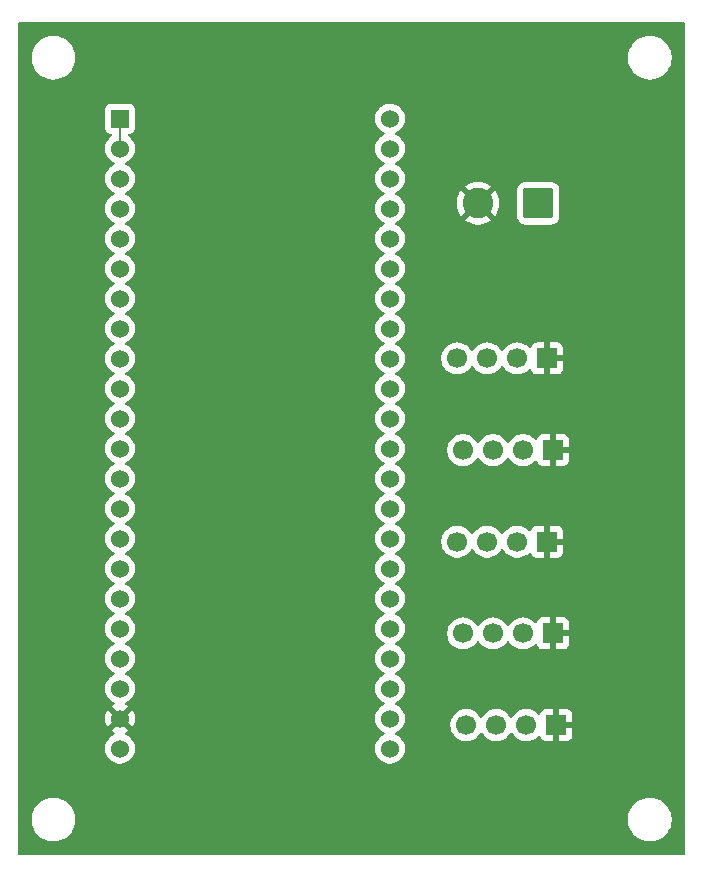
<source format=gbr>
%TF.GenerationSoftware,KiCad,Pcbnew,9.0.2*%
%TF.CreationDate,2025-07-08T22:51:12-04:00*%
%TF.ProjectId,Wireless3.0,57697265-6c65-4737-9333-2e302e6b6963,rev?*%
%TF.SameCoordinates,Original*%
%TF.FileFunction,Copper,L1,Top*%
%TF.FilePolarity,Positive*%
%FSLAX46Y46*%
G04 Gerber Fmt 4.6, Leading zero omitted, Abs format (unit mm)*
G04 Created by KiCad (PCBNEW 9.0.2) date 2025-07-08 22:51:12*
%MOMM*%
%LPD*%
G01*
G04 APERTURE LIST*
G04 Aperture macros list*
%AMRoundRect*
0 Rectangle with rounded corners*
0 $1 Rounding radius*
0 $2 $3 $4 $5 $6 $7 $8 $9 X,Y pos of 4 corners*
0 Add a 4 corners polygon primitive as box body*
4,1,4,$2,$3,$4,$5,$6,$7,$8,$9,$2,$3,0*
0 Add four circle primitives for the rounded corners*
1,1,$1+$1,$2,$3*
1,1,$1+$1,$4,$5*
1,1,$1+$1,$6,$7*
1,1,$1+$1,$8,$9*
0 Add four rect primitives between the rounded corners*
20,1,$1+$1,$2,$3,$4,$5,0*
20,1,$1+$1,$4,$5,$6,$7,0*
20,1,$1+$1,$6,$7,$8,$9,0*
20,1,$1+$1,$8,$9,$2,$3,0*%
G04 Aperture macros list end*
%TA.AperFunction,ComponentPad*%
%ADD10R,1.700000X1.700000*%
%TD*%
%TA.AperFunction,ComponentPad*%
%ADD11C,1.700000*%
%TD*%
%TA.AperFunction,ComponentPad*%
%ADD12RoundRect,0.250000X1.050000X1.050000X-1.050000X1.050000X-1.050000X-1.050000X1.050000X-1.050000X0*%
%TD*%
%TA.AperFunction,ComponentPad*%
%ADD13C,2.600000*%
%TD*%
%TA.AperFunction,ComponentPad*%
%ADD14R,1.530000X1.530000*%
%TD*%
%TA.AperFunction,ComponentPad*%
%ADD15C,1.530000*%
%TD*%
%TA.AperFunction,Conductor*%
%ADD16C,0.200000*%
%TD*%
G04 APERTURE END LIST*
D10*
%TO.P,J5,1,Pin_1*%
%TO.N,5V*%
X182580000Y-116000000D03*
D11*
%TO.P,J5,2,Pin_2*%
%TO.N,GND*%
X180040000Y-116000000D03*
%TO.P,J5,3,Pin_3*%
%TO.N,S5_TX*%
X177500000Y-116000000D03*
%TO.P,J5,4,Pin_4*%
%TO.N,S5_RX*%
X174960000Y-116000000D03*
%TD*%
D10*
%TO.P,J2,1,Pin_1*%
%TO.N,5V*%
X182310000Y-92720000D03*
D11*
%TO.P,J2,2,Pin_2*%
%TO.N,GND*%
X179770000Y-92720000D03*
%TO.P,J2,3,Pin_3*%
%TO.N,S2_TX*%
X177230000Y-92720000D03*
%TO.P,J2,4,Pin_4*%
%TO.N,S2_RX*%
X174690000Y-92720000D03*
%TD*%
D12*
%TO.P,J6,1,Pin_1*%
%TO.N,GND*%
X181045000Y-71827500D03*
D13*
%TO.P,J6,2,Pin_2*%
%TO.N,5V*%
X175965000Y-71827500D03*
%TD*%
D14*
%TO.P,U1,J1_1,3V3*%
%TO.N,Net-(U1-3V3-PadJ1_1)*%
X145640000Y-64660000D03*
D15*
%TO.P,U1,J1_2,3V3*%
X145640000Y-67200000D03*
%TO.P,U1,J1_3,RST*%
%TO.N,unconnected-(U1-RST-PadJ1_3)*%
X145640000Y-69740000D03*
%TO.P,U1,J1_4,GPIO4*%
%TO.N,S1_TX*%
X145640000Y-72280000D03*
%TO.P,U1,J1_5,GPIO5*%
%TO.N,S1_RX*%
X145640000Y-74820000D03*
%TO.P,U1,J1_6,GPIO6*%
%TO.N,S2_TX*%
X145640000Y-77360000D03*
%TO.P,U1,J1_7,GPIO7*%
%TO.N,S2_RX*%
X145640000Y-79900000D03*
%TO.P,U1,J1_8,GPIO15*%
%TO.N,S3_TX*%
X145640000Y-82440000D03*
%TO.P,U1,J1_9,GPIO16*%
%TO.N,S3_RX*%
X145640000Y-84980000D03*
%TO.P,U1,J1_10,GPIO17*%
%TO.N,S4_TX*%
X145640000Y-87520000D03*
%TO.P,U1,J1_11,GPIO18*%
%TO.N,S4_RX*%
X145640000Y-90060000D03*
%TO.P,U1,J1_12,GPIO8*%
%TO.N,unconnected-(U1-GPIO8-PadJ1_12)*%
X145640000Y-92600000D03*
%TO.P,U1,J1_13,GPIO3*%
%TO.N,unconnected-(U1-GPIO3-PadJ1_13)*%
X145640000Y-95140000D03*
%TO.P,U1,J1_14,GPIO46*%
%TO.N,unconnected-(U1-GPIO46-PadJ1_14)*%
X145640000Y-97680000D03*
%TO.P,U1,J1_15,GPIO9*%
%TO.N,S5_TX*%
X145640000Y-100220000D03*
%TO.P,U1,J1_16,GPIO10*%
%TO.N,S5_RX*%
X145640000Y-102760000D03*
%TO.P,U1,J1_17,GPIO11*%
%TO.N,unconnected-(U1-GPIO11-PadJ1_17)*%
X145640000Y-105300000D03*
%TO.P,U1,J1_18,GPIO12*%
%TO.N,unconnected-(U1-GPIO12-PadJ1_18)*%
X145640000Y-107840000D03*
%TO.P,U1,J1_19,GPIO13*%
%TO.N,unconnected-(U1-GPIO13-PadJ1_19)*%
X145640000Y-110380000D03*
%TO.P,U1,J1_20,GPIO14*%
%TO.N,unconnected-(U1-GPIO14-PadJ1_20)*%
X145640000Y-112920000D03*
%TO.P,U1,J1_21,5V0*%
%TO.N,5V*%
X145640000Y-115460000D03*
%TO.P,U1,J1_22,GND*%
%TO.N,GND*%
X145640000Y-118000000D03*
%TO.P,U1,J3_1,GND*%
X168500000Y-64660000D03*
%TO.P,U1,J3_2,U0TXD/GPIO43*%
%TO.N,unconnected-(U1-U0TXD{slash}GPIO43-PadJ3_2)*%
X168500000Y-67200000D03*
%TO.P,U1,J3_3,U0RXD/GPIO44*%
%TO.N,unconnected-(U1-U0RXD{slash}GPIO44-PadJ3_3)*%
X168500000Y-69740000D03*
%TO.P,U1,J3_4,GPIO1*%
%TO.N,unconnected-(U1-GPIO1-PadJ3_4)*%
X168500000Y-72280000D03*
%TO.P,U1,J3_5,GPIO2*%
%TO.N,unconnected-(U1-GPIO2-PadJ3_5)*%
X168500000Y-74820000D03*
%TO.P,U1,J3_6,MTMS/GPIO42*%
%TO.N,unconnected-(U1-MTMS{slash}GPIO42-PadJ3_6)*%
X168500000Y-77360000D03*
%TO.P,U1,J3_7,MTDI/GPIO41*%
%TO.N,unconnected-(U1-MTDI{slash}GPIO41-PadJ3_7)*%
X168500000Y-79900000D03*
%TO.P,U1,J3_8,MTDO/GPIO40*%
%TO.N,unconnected-(U1-MTDO{slash}GPIO40-PadJ3_8)*%
X168500000Y-82440000D03*
%TO.P,U1,J3_9,MTCK/GPIO39*%
%TO.N,unconnected-(U1-MTCK{slash}GPIO39-PadJ3_9)*%
X168500000Y-84980000D03*
%TO.P,U1,J3_10,GPIO38*%
%TO.N,unconnected-(U1-GPIO38-PadJ3_10)*%
X168500000Y-87520000D03*
%TO.P,U1,J3_11,GPIO37*%
%TO.N,unconnected-(U1-GPIO37-PadJ3_11)*%
X168500000Y-90060000D03*
%TO.P,U1,J3_12,GPIO36*%
%TO.N,unconnected-(U1-GPIO36-PadJ3_12)*%
X168500000Y-92600000D03*
%TO.P,U1,J3_13,GPIO35*%
%TO.N,unconnected-(U1-GPIO35-PadJ3_13)*%
X168500000Y-95140000D03*
%TO.P,U1,J3_14,GPIO0*%
%TO.N,unconnected-(U1-GPIO0-PadJ3_14)*%
X168500000Y-97680000D03*
%TO.P,U1,J3_15,GPIO45*%
%TO.N,unconnected-(U1-GPIO45-PadJ3_15)*%
X168500000Y-100220000D03*
%TO.P,U1,J3_16,GPIO48*%
%TO.N,unconnected-(U1-GPIO48-PadJ3_16)*%
X168500000Y-102760000D03*
%TO.P,U1,J3_17,GPIO47*%
%TO.N,unconnected-(U1-GPIO47-PadJ3_17)*%
X168500000Y-105300000D03*
%TO.P,U1,J3_18,GPIO21*%
%TO.N,unconnected-(U1-GPIO21-PadJ3_18)*%
X168500000Y-107840000D03*
%TO.P,U1,J3_19,USB_D+/GPIO20*%
%TO.N,unconnected-(U1-USB_D+{slash}GPIO20-PadJ3_19)*%
X168500000Y-110380000D03*
%TO.P,U1,J3_20,USB_D-/GPIO19*%
%TO.N,unconnected-(U1-USB_D-{slash}GPIO19-PadJ3_20)*%
X168500000Y-112920000D03*
%TO.P,U1,J3_21,GND*%
%TO.N,GND*%
X168500000Y-115460000D03*
%TO.P,U1,J3_22,GND*%
X168500000Y-118000000D03*
%TD*%
D10*
%TO.P,J3,1,Pin_1*%
%TO.N,5V*%
X181810000Y-100480000D03*
D11*
%TO.P,J3,2,Pin_2*%
%TO.N,GND*%
X179270000Y-100480000D03*
%TO.P,J3,3,Pin_3*%
%TO.N,S3_TX*%
X176730000Y-100480000D03*
%TO.P,J3,4,Pin_4*%
%TO.N,S3_RX*%
X174190000Y-100480000D03*
%TD*%
D10*
%TO.P,J4,1,Pin_1*%
%TO.N,5V*%
X182310000Y-108240000D03*
D11*
%TO.P,J4,2,Pin_2*%
%TO.N,GND*%
X179770000Y-108240000D03*
%TO.P,J4,3,Pin_3*%
%TO.N,S4_TX*%
X177230000Y-108240000D03*
%TO.P,J4,4,Pin_4*%
%TO.N,S4_RX*%
X174690000Y-108240000D03*
%TD*%
D10*
%TO.P,J1,1,Pin_1*%
%TO.N,5V*%
X181810000Y-84960000D03*
D11*
%TO.P,J1,2,Pin_2*%
%TO.N,GND*%
X179270000Y-84960000D03*
%TO.P,J1,3,Pin_3*%
%TO.N,S1_TX*%
X176730000Y-84960000D03*
%TO.P,J1,4,Pin_4*%
%TO.N,S1_RX*%
X174190000Y-84960000D03*
%TD*%
D16*
%TO.N,Net-(U1-3V3-PadJ1_1)*%
X145640000Y-64660000D02*
X145640000Y-67200000D01*
%TD*%
%TA.AperFunction,Conductor*%
%TO.N,5V*%
G36*
X193442539Y-56520185D02*
G01*
X193488294Y-56572989D01*
X193499500Y-56624500D01*
X193499500Y-126875500D01*
X193479815Y-126942539D01*
X193427011Y-126988294D01*
X193375500Y-126999500D01*
X137124500Y-126999500D01*
X137057461Y-126979815D01*
X137011706Y-126927011D01*
X137000500Y-126875500D01*
X137000500Y-123878711D01*
X138149500Y-123878711D01*
X138149500Y-124121288D01*
X138181161Y-124361785D01*
X138243947Y-124596104D01*
X138336773Y-124820205D01*
X138336776Y-124820212D01*
X138458064Y-125030289D01*
X138458066Y-125030292D01*
X138458067Y-125030293D01*
X138605733Y-125222736D01*
X138605739Y-125222743D01*
X138777256Y-125394260D01*
X138777262Y-125394265D01*
X138969711Y-125541936D01*
X139179788Y-125663224D01*
X139403900Y-125756054D01*
X139638211Y-125818838D01*
X139818586Y-125842584D01*
X139878711Y-125850500D01*
X139878712Y-125850500D01*
X140121289Y-125850500D01*
X140169388Y-125844167D01*
X140361789Y-125818838D01*
X140596100Y-125756054D01*
X140820212Y-125663224D01*
X141030289Y-125541936D01*
X141222738Y-125394265D01*
X141394265Y-125222738D01*
X141541936Y-125030289D01*
X141663224Y-124820212D01*
X141756054Y-124596100D01*
X141818838Y-124361789D01*
X141850500Y-124121288D01*
X141850500Y-123878712D01*
X141850500Y-123878711D01*
X188649500Y-123878711D01*
X188649500Y-124121288D01*
X188681161Y-124361785D01*
X188743947Y-124596104D01*
X188836773Y-124820205D01*
X188836776Y-124820212D01*
X188958064Y-125030289D01*
X188958066Y-125030292D01*
X188958067Y-125030293D01*
X189105733Y-125222736D01*
X189105739Y-125222743D01*
X189277256Y-125394260D01*
X189277262Y-125394265D01*
X189469711Y-125541936D01*
X189679788Y-125663224D01*
X189903900Y-125756054D01*
X190138211Y-125818838D01*
X190318586Y-125842584D01*
X190378711Y-125850500D01*
X190378712Y-125850500D01*
X190621289Y-125850500D01*
X190669388Y-125844167D01*
X190861789Y-125818838D01*
X191096100Y-125756054D01*
X191320212Y-125663224D01*
X191530289Y-125541936D01*
X191722738Y-125394265D01*
X191894265Y-125222738D01*
X192041936Y-125030289D01*
X192163224Y-124820212D01*
X192256054Y-124596100D01*
X192318838Y-124361789D01*
X192350500Y-124121288D01*
X192350500Y-123878712D01*
X192318838Y-123638211D01*
X192256054Y-123403900D01*
X192163224Y-123179788D01*
X192041936Y-122969711D01*
X191894265Y-122777262D01*
X191894260Y-122777256D01*
X191722743Y-122605739D01*
X191722736Y-122605733D01*
X191530293Y-122458067D01*
X191530292Y-122458066D01*
X191530289Y-122458064D01*
X191320212Y-122336776D01*
X191320205Y-122336773D01*
X191096104Y-122243947D01*
X190861785Y-122181161D01*
X190621289Y-122149500D01*
X190621288Y-122149500D01*
X190378712Y-122149500D01*
X190378711Y-122149500D01*
X190138214Y-122181161D01*
X189903895Y-122243947D01*
X189679794Y-122336773D01*
X189679785Y-122336777D01*
X189469706Y-122458067D01*
X189277263Y-122605733D01*
X189277256Y-122605739D01*
X189105739Y-122777256D01*
X189105733Y-122777263D01*
X188958067Y-122969706D01*
X188836777Y-123179785D01*
X188836773Y-123179794D01*
X188743947Y-123403895D01*
X188681161Y-123638214D01*
X188649500Y-123878711D01*
X141850500Y-123878711D01*
X141818838Y-123638211D01*
X141756054Y-123403900D01*
X141663224Y-123179788D01*
X141541936Y-122969711D01*
X141394265Y-122777262D01*
X141394260Y-122777256D01*
X141222743Y-122605739D01*
X141222736Y-122605733D01*
X141030293Y-122458067D01*
X141030292Y-122458066D01*
X141030289Y-122458064D01*
X140820212Y-122336776D01*
X140820205Y-122336773D01*
X140596104Y-122243947D01*
X140361785Y-122181161D01*
X140121289Y-122149500D01*
X140121288Y-122149500D01*
X139878712Y-122149500D01*
X139878711Y-122149500D01*
X139638214Y-122181161D01*
X139403895Y-122243947D01*
X139179794Y-122336773D01*
X139179785Y-122336777D01*
X138969706Y-122458067D01*
X138777263Y-122605733D01*
X138777256Y-122605739D01*
X138605739Y-122777256D01*
X138605733Y-122777263D01*
X138458067Y-122969706D01*
X138336777Y-123179785D01*
X138336773Y-123179794D01*
X138243947Y-123403895D01*
X138181161Y-123638214D01*
X138149500Y-123878711D01*
X137000500Y-123878711D01*
X137000500Y-63847135D01*
X144374500Y-63847135D01*
X144374500Y-65472870D01*
X144374501Y-65472876D01*
X144380908Y-65532483D01*
X144431202Y-65667328D01*
X144431206Y-65667335D01*
X144517452Y-65782544D01*
X144517455Y-65782547D01*
X144632664Y-65868793D01*
X144632671Y-65868797D01*
X144677618Y-65885561D01*
X144767517Y-65919091D01*
X144827127Y-65925500D01*
X144859568Y-65925499D01*
X144926606Y-65945182D01*
X144972362Y-65997984D01*
X144982307Y-66067143D01*
X144953284Y-66130699D01*
X144932455Y-66149817D01*
X144815580Y-66234732D01*
X144674733Y-66375579D01*
X144674733Y-66375580D01*
X144674731Y-66375582D01*
X144624447Y-66444790D01*
X144557647Y-66536733D01*
X144467213Y-66714219D01*
X144405661Y-66903656D01*
X144405661Y-66903659D01*
X144374500Y-67100403D01*
X144374500Y-67299596D01*
X144405661Y-67496340D01*
X144405661Y-67496343D01*
X144467213Y-67685780D01*
X144467215Y-67685783D01*
X144557647Y-67863266D01*
X144674731Y-68024418D01*
X144815582Y-68165269D01*
X144976734Y-68282353D01*
X145046453Y-68317877D01*
X145128172Y-68359515D01*
X145178968Y-68407490D01*
X145195763Y-68475311D01*
X145173225Y-68541446D01*
X145128172Y-68580485D01*
X144976733Y-68657647D01*
X144884790Y-68724447D01*
X144815582Y-68774731D01*
X144815580Y-68774733D01*
X144815579Y-68774733D01*
X144674733Y-68915579D01*
X144674733Y-68915580D01*
X144674731Y-68915582D01*
X144624447Y-68984790D01*
X144557647Y-69076733D01*
X144467213Y-69254219D01*
X144405661Y-69443656D01*
X144405661Y-69443659D01*
X144374500Y-69640403D01*
X144374500Y-69839596D01*
X144405661Y-70036340D01*
X144405661Y-70036343D01*
X144467213Y-70225780D01*
X144519116Y-70327644D01*
X144557647Y-70403266D01*
X144674731Y-70564418D01*
X144815582Y-70705269D01*
X144976734Y-70822353D01*
X145046453Y-70857877D01*
X145128172Y-70899515D01*
X145178968Y-70947490D01*
X145195763Y-71015311D01*
X145173225Y-71081446D01*
X145128172Y-71120485D01*
X144976733Y-71197647D01*
X144907894Y-71247662D01*
X144815582Y-71314731D01*
X144815580Y-71314733D01*
X144815579Y-71314733D01*
X144674733Y-71455579D01*
X144674733Y-71455580D01*
X144674731Y-71455582D01*
X144661389Y-71473946D01*
X144557647Y-71616733D01*
X144467213Y-71794219D01*
X144405661Y-71983656D01*
X144405661Y-71983659D01*
X144374500Y-72180403D01*
X144374500Y-72379596D01*
X144405661Y-72576340D01*
X144405661Y-72576343D01*
X144467213Y-72765780D01*
X144541320Y-72911223D01*
X144557647Y-72943266D01*
X144674731Y-73104418D01*
X144815582Y-73245269D01*
X144976734Y-73362353D01*
X145046453Y-73397877D01*
X145128172Y-73439515D01*
X145178968Y-73487490D01*
X145195763Y-73555311D01*
X145173225Y-73621446D01*
X145128172Y-73660485D01*
X144976733Y-73737647D01*
X144884790Y-73804447D01*
X144815582Y-73854731D01*
X144815580Y-73854733D01*
X144815579Y-73854733D01*
X144674733Y-73995579D01*
X144674733Y-73995580D01*
X144674731Y-73995582D01*
X144624447Y-74064790D01*
X144557647Y-74156733D01*
X144467213Y-74334219D01*
X144405661Y-74523656D01*
X144405661Y-74523659D01*
X144374500Y-74720403D01*
X144374500Y-74919596D01*
X144405661Y-75116340D01*
X144405661Y-75116343D01*
X144467213Y-75305780D01*
X144467215Y-75305783D01*
X144557647Y-75483266D01*
X144674731Y-75644418D01*
X144815582Y-75785269D01*
X144976734Y-75902353D01*
X145046453Y-75937877D01*
X145128172Y-75979515D01*
X145178968Y-76027490D01*
X145195763Y-76095311D01*
X145173225Y-76161446D01*
X145128172Y-76200485D01*
X144976733Y-76277647D01*
X144884790Y-76344447D01*
X144815582Y-76394731D01*
X144815580Y-76394733D01*
X144815579Y-76394733D01*
X144674733Y-76535579D01*
X144674733Y-76535580D01*
X144674731Y-76535582D01*
X144624447Y-76604790D01*
X144557647Y-76696733D01*
X144467213Y-76874219D01*
X144405661Y-77063656D01*
X144405661Y-77063659D01*
X144374500Y-77260403D01*
X144374500Y-77459596D01*
X144405661Y-77656340D01*
X144405661Y-77656343D01*
X144467213Y-77845780D01*
X144467215Y-77845783D01*
X144557647Y-78023266D01*
X144674731Y-78184418D01*
X144815582Y-78325269D01*
X144976734Y-78442353D01*
X145046453Y-78477877D01*
X145128172Y-78519515D01*
X145178968Y-78567490D01*
X145195763Y-78635311D01*
X145173225Y-78701446D01*
X145128172Y-78740485D01*
X144976733Y-78817647D01*
X144884790Y-78884447D01*
X144815582Y-78934731D01*
X144815580Y-78934733D01*
X144815579Y-78934733D01*
X144674733Y-79075579D01*
X144674733Y-79075580D01*
X144674731Y-79075582D01*
X144624447Y-79144790D01*
X144557647Y-79236733D01*
X144467213Y-79414219D01*
X144405661Y-79603656D01*
X144405661Y-79603659D01*
X144374500Y-79800403D01*
X144374500Y-79999596D01*
X144405661Y-80196340D01*
X144405661Y-80196343D01*
X144467213Y-80385780D01*
X144467215Y-80385783D01*
X144557647Y-80563266D01*
X144674731Y-80724418D01*
X144815582Y-80865269D01*
X144976734Y-80982353D01*
X145046453Y-81017877D01*
X145128172Y-81059515D01*
X145178968Y-81107490D01*
X145195763Y-81175311D01*
X145173225Y-81241446D01*
X145128172Y-81280485D01*
X144976733Y-81357647D01*
X144884790Y-81424447D01*
X144815582Y-81474731D01*
X144815580Y-81474733D01*
X144815579Y-81474733D01*
X144674733Y-81615579D01*
X144674733Y-81615580D01*
X144674731Y-81615582D01*
X144624447Y-81684790D01*
X144557647Y-81776733D01*
X144467213Y-81954219D01*
X144405661Y-82143656D01*
X144405661Y-82143659D01*
X144374500Y-82340403D01*
X144374500Y-82539596D01*
X144405661Y-82736340D01*
X144405661Y-82736343D01*
X144467213Y-82925780D01*
X144467215Y-82925783D01*
X144557647Y-83103266D01*
X144674731Y-83264418D01*
X144815582Y-83405269D01*
X144976734Y-83522353D01*
X145046453Y-83557877D01*
X145128172Y-83599515D01*
X145178968Y-83647490D01*
X145195763Y-83715311D01*
X145173225Y-83781446D01*
X145128172Y-83820485D01*
X144976733Y-83897647D01*
X144932355Y-83929890D01*
X144815582Y-84014731D01*
X144815580Y-84014733D01*
X144815579Y-84014733D01*
X144674733Y-84155579D01*
X144674733Y-84155580D01*
X144674731Y-84155582D01*
X144624447Y-84224790D01*
X144557647Y-84316733D01*
X144467213Y-84494219D01*
X144405661Y-84683656D01*
X144405661Y-84683659D01*
X144374500Y-84880403D01*
X144374500Y-85079596D01*
X144405661Y-85276340D01*
X144405661Y-85276343D01*
X144467213Y-85465780D01*
X144531252Y-85591463D01*
X144557647Y-85643266D01*
X144674731Y-85804418D01*
X144815582Y-85945269D01*
X144976734Y-86062353D01*
X145046453Y-86097877D01*
X145128172Y-86139515D01*
X145178968Y-86187490D01*
X145195763Y-86255311D01*
X145173225Y-86321446D01*
X145128172Y-86360485D01*
X144976733Y-86437647D01*
X144884790Y-86504447D01*
X144815582Y-86554731D01*
X144815580Y-86554733D01*
X144815579Y-86554733D01*
X144674733Y-86695579D01*
X144674733Y-86695580D01*
X144674731Y-86695582D01*
X144624447Y-86764790D01*
X144557647Y-86856733D01*
X144467213Y-87034219D01*
X144405661Y-87223656D01*
X144405661Y-87223659D01*
X144374500Y-87420403D01*
X144374500Y-87619596D01*
X144405661Y-87816340D01*
X144405661Y-87816343D01*
X144467213Y-88005780D01*
X144467215Y-88005783D01*
X144557647Y-88183266D01*
X144674731Y-88344418D01*
X144815582Y-88485269D01*
X144976734Y-88602353D01*
X145046453Y-88637877D01*
X145128172Y-88679515D01*
X145178968Y-88727490D01*
X145195763Y-88795311D01*
X145173225Y-88861446D01*
X145128172Y-88900485D01*
X144976733Y-88977647D01*
X144884790Y-89044447D01*
X144815582Y-89094731D01*
X144815580Y-89094733D01*
X144815579Y-89094733D01*
X144674733Y-89235579D01*
X144674733Y-89235580D01*
X144674731Y-89235582D01*
X144624447Y-89304790D01*
X144557647Y-89396733D01*
X144467213Y-89574219D01*
X144405661Y-89763656D01*
X144405661Y-89763659D01*
X144374500Y-89960403D01*
X144374500Y-90159596D01*
X144405661Y-90356340D01*
X144405661Y-90356343D01*
X144467213Y-90545780D01*
X144467215Y-90545783D01*
X144557647Y-90723266D01*
X144674731Y-90884418D01*
X144815582Y-91025269D01*
X144976734Y-91142353D01*
X145046453Y-91177877D01*
X145128172Y-91219515D01*
X145178968Y-91267490D01*
X145195763Y-91335311D01*
X145173225Y-91401446D01*
X145128172Y-91440485D01*
X144976733Y-91517647D01*
X144884790Y-91584447D01*
X144815582Y-91634731D01*
X144815580Y-91634733D01*
X144815579Y-91634733D01*
X144674733Y-91775579D01*
X144674733Y-91775580D01*
X144674731Y-91775582D01*
X144645799Y-91815404D01*
X144557647Y-91936733D01*
X144467213Y-92114219D01*
X144405661Y-92303656D01*
X144405661Y-92303659D01*
X144374500Y-92500403D01*
X144374500Y-92699596D01*
X144405661Y-92896340D01*
X144405661Y-92896343D01*
X144467213Y-93085780D01*
X144518240Y-93185925D01*
X144557647Y-93263266D01*
X144674731Y-93424418D01*
X144815582Y-93565269D01*
X144976734Y-93682353D01*
X145046453Y-93717877D01*
X145128172Y-93759515D01*
X145178968Y-93807490D01*
X145195763Y-93875311D01*
X145173225Y-93941446D01*
X145128172Y-93980485D01*
X144976733Y-94057647D01*
X144959043Y-94070500D01*
X144815582Y-94174731D01*
X144815580Y-94174733D01*
X144815579Y-94174733D01*
X144674733Y-94315579D01*
X144674733Y-94315580D01*
X144674731Y-94315582D01*
X144624447Y-94384790D01*
X144557647Y-94476733D01*
X144467213Y-94654219D01*
X144405661Y-94843656D01*
X144405661Y-94843659D01*
X144374500Y-95040403D01*
X144374500Y-95239596D01*
X144405661Y-95436340D01*
X144405661Y-95436343D01*
X144467213Y-95625780D01*
X144467215Y-95625783D01*
X144557647Y-95803266D01*
X144674731Y-95964418D01*
X144815582Y-96105269D01*
X144976734Y-96222353D01*
X145046453Y-96257877D01*
X145128172Y-96299515D01*
X145178968Y-96347490D01*
X145195763Y-96415311D01*
X145173225Y-96481446D01*
X145128172Y-96520485D01*
X144976733Y-96597647D01*
X144884790Y-96664447D01*
X144815582Y-96714731D01*
X144815580Y-96714733D01*
X144815579Y-96714733D01*
X144674733Y-96855579D01*
X144674733Y-96855580D01*
X144674731Y-96855582D01*
X144624447Y-96924790D01*
X144557647Y-97016733D01*
X144467213Y-97194219D01*
X144405661Y-97383656D01*
X144405661Y-97383659D01*
X144374500Y-97580403D01*
X144374500Y-97779596D01*
X144405661Y-97976340D01*
X144405661Y-97976343D01*
X144467213Y-98165780D01*
X144467215Y-98165783D01*
X144557647Y-98343266D01*
X144674731Y-98504418D01*
X144815582Y-98645269D01*
X144976734Y-98762353D01*
X145046453Y-98797877D01*
X145128172Y-98839515D01*
X145178968Y-98887490D01*
X145195763Y-98955311D01*
X145173225Y-99021446D01*
X145128172Y-99060485D01*
X144976733Y-99137647D01*
X144884790Y-99204447D01*
X144815582Y-99254731D01*
X144815580Y-99254733D01*
X144815579Y-99254733D01*
X144674733Y-99395579D01*
X144674733Y-99395580D01*
X144674731Y-99395582D01*
X144624447Y-99464790D01*
X144557647Y-99556733D01*
X144467213Y-99734219D01*
X144405661Y-99923656D01*
X144405661Y-99923659D01*
X144374500Y-100120403D01*
X144374500Y-100319596D01*
X144405661Y-100516340D01*
X144405661Y-100516343D01*
X144467213Y-100705780D01*
X144556033Y-100880099D01*
X144557647Y-100883266D01*
X144674731Y-101044418D01*
X144815582Y-101185269D01*
X144976734Y-101302353D01*
X145046453Y-101337877D01*
X145128172Y-101379515D01*
X145178968Y-101427490D01*
X145195763Y-101495311D01*
X145173225Y-101561446D01*
X145128172Y-101600485D01*
X144976733Y-101677647D01*
X144902536Y-101731555D01*
X144815582Y-101794731D01*
X144815580Y-101794733D01*
X144815579Y-101794733D01*
X144674733Y-101935579D01*
X144674733Y-101935580D01*
X144674731Y-101935582D01*
X144624447Y-102004790D01*
X144557647Y-102096733D01*
X144467213Y-102274219D01*
X144405661Y-102463656D01*
X144405661Y-102463659D01*
X144374500Y-102660403D01*
X144374500Y-102859596D01*
X144405661Y-103056340D01*
X144405661Y-103056343D01*
X144467213Y-103245780D01*
X144467215Y-103245783D01*
X144557647Y-103423266D01*
X144674731Y-103584418D01*
X144815582Y-103725269D01*
X144976734Y-103842353D01*
X145046453Y-103877877D01*
X145128172Y-103919515D01*
X145178968Y-103967490D01*
X145195763Y-104035311D01*
X145173225Y-104101446D01*
X145128172Y-104140485D01*
X144976733Y-104217647D01*
X144884790Y-104284447D01*
X144815582Y-104334731D01*
X144815580Y-104334733D01*
X144815579Y-104334733D01*
X144674733Y-104475579D01*
X144674733Y-104475580D01*
X144674731Y-104475582D01*
X144624447Y-104544790D01*
X144557647Y-104636733D01*
X144467213Y-104814219D01*
X144405661Y-105003656D01*
X144405661Y-105003659D01*
X144374500Y-105200403D01*
X144374500Y-105399596D01*
X144405661Y-105596340D01*
X144405661Y-105596343D01*
X144467213Y-105785780D01*
X144467215Y-105785783D01*
X144557647Y-105963266D01*
X144674731Y-106124418D01*
X144815582Y-106265269D01*
X144976734Y-106382353D01*
X145046453Y-106417877D01*
X145128172Y-106459515D01*
X145178968Y-106507490D01*
X145195763Y-106575311D01*
X145173225Y-106641446D01*
X145128172Y-106680485D01*
X144976733Y-106757647D01*
X144884790Y-106824447D01*
X144815582Y-106874731D01*
X144815580Y-106874733D01*
X144815579Y-106874733D01*
X144674733Y-107015579D01*
X144674733Y-107015580D01*
X144674731Y-107015582D01*
X144662215Y-107032809D01*
X144557647Y-107176733D01*
X144467213Y-107354219D01*
X144405661Y-107543656D01*
X144405661Y-107543659D01*
X144374500Y-107740403D01*
X144374500Y-107939596D01*
X144405661Y-108136340D01*
X144405661Y-108136343D01*
X144467213Y-108325780D01*
X144477662Y-108346287D01*
X144557647Y-108503266D01*
X144674731Y-108664418D01*
X144815582Y-108805269D01*
X144976734Y-108922353D01*
X145009516Y-108939056D01*
X145128172Y-108999515D01*
X145178968Y-109047490D01*
X145195763Y-109115311D01*
X145173225Y-109181446D01*
X145128172Y-109220485D01*
X144976733Y-109297647D01*
X144929330Y-109332088D01*
X144815582Y-109414731D01*
X144815580Y-109414733D01*
X144815579Y-109414733D01*
X144674733Y-109555579D01*
X144674733Y-109555580D01*
X144674731Y-109555582D01*
X144654378Y-109583596D01*
X144557647Y-109716733D01*
X144467213Y-109894219D01*
X144405661Y-110083656D01*
X144405661Y-110083659D01*
X144374500Y-110280403D01*
X144374500Y-110479596D01*
X144405661Y-110676340D01*
X144405661Y-110676343D01*
X144467213Y-110865780D01*
X144467215Y-110865783D01*
X144557647Y-111043266D01*
X144674731Y-111204418D01*
X144815582Y-111345269D01*
X144976734Y-111462353D01*
X145046453Y-111497877D01*
X145128172Y-111539515D01*
X145178968Y-111587490D01*
X145195763Y-111655311D01*
X145173225Y-111721446D01*
X145128172Y-111760485D01*
X144976733Y-111837647D01*
X144884790Y-111904447D01*
X144815582Y-111954731D01*
X144815580Y-111954733D01*
X144815579Y-111954733D01*
X144674733Y-112095579D01*
X144674733Y-112095580D01*
X144674731Y-112095582D01*
X144624447Y-112164790D01*
X144557647Y-112256733D01*
X144467213Y-112434219D01*
X144405661Y-112623656D01*
X144405661Y-112623659D01*
X144374500Y-112820403D01*
X144374500Y-113019596D01*
X144405661Y-113216340D01*
X144405661Y-113216343D01*
X144467213Y-113405780D01*
X144467215Y-113405783D01*
X144557647Y-113583266D01*
X144674731Y-113744418D01*
X144815582Y-113885269D01*
X144976734Y-114002353D01*
X145066909Y-114048299D01*
X145128722Y-114079795D01*
X145179518Y-114127770D01*
X145196313Y-114195591D01*
X145173776Y-114261726D01*
X145128723Y-114300764D01*
X144976993Y-114378075D01*
X144939135Y-114405580D01*
X144939135Y-114405581D01*
X145502425Y-114968871D01*
X145443147Y-114984755D01*
X145326853Y-115051898D01*
X145231898Y-115146853D01*
X145164755Y-115263147D01*
X145148871Y-115322425D01*
X144585581Y-114759135D01*
X144585580Y-114759135D01*
X144558077Y-114796990D01*
X144467679Y-114974405D01*
X144406147Y-115163777D01*
X144375000Y-115360436D01*
X144375000Y-115559563D01*
X144406147Y-115756222D01*
X144467679Y-115945594D01*
X144558077Y-116123008D01*
X144585580Y-116160863D01*
X144585581Y-116160864D01*
X145148871Y-115597574D01*
X145164755Y-115656853D01*
X145231898Y-115773147D01*
X145326853Y-115868102D01*
X145443147Y-115935245D01*
X145502425Y-115951128D01*
X144939134Y-116514417D01*
X144976994Y-116541924D01*
X145128722Y-116619234D01*
X145179518Y-116667209D01*
X145196313Y-116735030D01*
X145173776Y-116801165D01*
X145128723Y-116840203D01*
X144976735Y-116917645D01*
X144917713Y-116960528D01*
X144815582Y-117034731D01*
X144815580Y-117034733D01*
X144815579Y-117034733D01*
X144674733Y-117175579D01*
X144674733Y-117175580D01*
X144674731Y-117175582D01*
X144624447Y-117244790D01*
X144557647Y-117336733D01*
X144467213Y-117514219D01*
X144405661Y-117703656D01*
X144405661Y-117703659D01*
X144374500Y-117900403D01*
X144374500Y-118099596D01*
X144405661Y-118296340D01*
X144405661Y-118296343D01*
X144467213Y-118485780D01*
X144467215Y-118485783D01*
X144557647Y-118663266D01*
X144674731Y-118824418D01*
X144815582Y-118965269D01*
X144976734Y-119082353D01*
X145154217Y-119172785D01*
X145154219Y-119172786D01*
X145343657Y-119234338D01*
X145343658Y-119234338D01*
X145343661Y-119234339D01*
X145540403Y-119265500D01*
X145540404Y-119265500D01*
X145739596Y-119265500D01*
X145739597Y-119265500D01*
X145936339Y-119234339D01*
X145936342Y-119234338D01*
X145936343Y-119234338D01*
X146125780Y-119172786D01*
X146125780Y-119172785D01*
X146125783Y-119172785D01*
X146303266Y-119082353D01*
X146464418Y-118965269D01*
X146605269Y-118824418D01*
X146722353Y-118663266D01*
X146812785Y-118485783D01*
X146874339Y-118296339D01*
X146905500Y-118099597D01*
X146905500Y-117900403D01*
X146874339Y-117703661D01*
X146874338Y-117703657D01*
X146874338Y-117703656D01*
X146812786Y-117514219D01*
X146729112Y-117350000D01*
X146722353Y-117336734D01*
X146605269Y-117175582D01*
X146464418Y-117034731D01*
X146303266Y-116917647D01*
X146300389Y-116916181D01*
X146151277Y-116840204D01*
X146100481Y-116792229D01*
X146083686Y-116724408D01*
X146106224Y-116658273D01*
X146151277Y-116619234D01*
X146303005Y-116541924D01*
X146340863Y-116514418D01*
X146340863Y-116514417D01*
X145777574Y-115951128D01*
X145836853Y-115935245D01*
X145953147Y-115868102D01*
X146048102Y-115773147D01*
X146115245Y-115656853D01*
X146131128Y-115597574D01*
X146694417Y-116160863D01*
X146694418Y-116160863D01*
X146721924Y-116123005D01*
X146812320Y-115945594D01*
X146873852Y-115756222D01*
X146905000Y-115559563D01*
X146905000Y-115360436D01*
X146873852Y-115163777D01*
X146812320Y-114974405D01*
X146721924Y-114796994D01*
X146694417Y-114759135D01*
X146694417Y-114759134D01*
X146131128Y-115322424D01*
X146115245Y-115263147D01*
X146048102Y-115146853D01*
X145953147Y-115051898D01*
X145836853Y-114984755D01*
X145777574Y-114968871D01*
X146340864Y-114405581D01*
X146340863Y-114405580D01*
X146303008Y-114378077D01*
X146151277Y-114300765D01*
X146100481Y-114252790D01*
X146083686Y-114184969D01*
X146106224Y-114118834D01*
X146151277Y-114079795D01*
X146151827Y-114079515D01*
X146303266Y-114002353D01*
X146464418Y-113885269D01*
X146605269Y-113744418D01*
X146722353Y-113583266D01*
X146812785Y-113405783D01*
X146874339Y-113216339D01*
X146905500Y-113019597D01*
X146905500Y-112820403D01*
X146874339Y-112623661D01*
X146874338Y-112623657D01*
X146874338Y-112623656D01*
X146812786Y-112434219D01*
X146722352Y-112256733D01*
X146605269Y-112095582D01*
X146464418Y-111954731D01*
X146303266Y-111837647D01*
X146151827Y-111760485D01*
X146101031Y-111712510D01*
X146084236Y-111644689D01*
X146106773Y-111578554D01*
X146151827Y-111539515D01*
X146161116Y-111534781D01*
X146303266Y-111462353D01*
X146464418Y-111345269D01*
X146605269Y-111204418D01*
X146722353Y-111043266D01*
X146812785Y-110865783D01*
X146874339Y-110676339D01*
X146905500Y-110479597D01*
X146905500Y-110280403D01*
X146874339Y-110083661D01*
X146874338Y-110083657D01*
X146874338Y-110083656D01*
X146812786Y-109894219D01*
X146722352Y-109716733D01*
X146605269Y-109555582D01*
X146464418Y-109414731D01*
X146303266Y-109297647D01*
X146151827Y-109220485D01*
X146101031Y-109172510D01*
X146084236Y-109104689D01*
X146106773Y-109038554D01*
X146151827Y-108999515D01*
X146161116Y-108994781D01*
X146303266Y-108922353D01*
X146464418Y-108805269D01*
X146605269Y-108664418D01*
X146722353Y-108503266D01*
X146812785Y-108325783D01*
X146874339Y-108136339D01*
X146905500Y-107939597D01*
X146905500Y-107740403D01*
X146874339Y-107543661D01*
X146874338Y-107543657D01*
X146874338Y-107543656D01*
X146812786Y-107354219D01*
X146776308Y-107282627D01*
X146722353Y-107176734D01*
X146605269Y-107015582D01*
X146464418Y-106874731D01*
X146303266Y-106757647D01*
X146151827Y-106680485D01*
X146101031Y-106632510D01*
X146084236Y-106564689D01*
X146106773Y-106498554D01*
X146151827Y-106459515D01*
X146161116Y-106454781D01*
X146303266Y-106382353D01*
X146464418Y-106265269D01*
X146605269Y-106124418D01*
X146722353Y-105963266D01*
X146812785Y-105785783D01*
X146874339Y-105596339D01*
X146905500Y-105399597D01*
X146905500Y-105200403D01*
X146874339Y-105003661D01*
X146874338Y-105003657D01*
X146874338Y-105003656D01*
X146812786Y-104814219D01*
X146722352Y-104636733D01*
X146605269Y-104475582D01*
X146464418Y-104334731D01*
X146303266Y-104217647D01*
X146151827Y-104140485D01*
X146101031Y-104092510D01*
X146084236Y-104024689D01*
X146106773Y-103958554D01*
X146151827Y-103919515D01*
X146161116Y-103914781D01*
X146303266Y-103842353D01*
X146464418Y-103725269D01*
X146605269Y-103584418D01*
X146722353Y-103423266D01*
X146812785Y-103245783D01*
X146874339Y-103056339D01*
X146905500Y-102859597D01*
X146905500Y-102660403D01*
X146874339Y-102463661D01*
X146874338Y-102463657D01*
X146874338Y-102463656D01*
X146812786Y-102274219D01*
X146722352Y-102096733D01*
X146605269Y-101935582D01*
X146464418Y-101794731D01*
X146303266Y-101677647D01*
X146151827Y-101600485D01*
X146101031Y-101552510D01*
X146084236Y-101484689D01*
X146106773Y-101418554D01*
X146151827Y-101379515D01*
X146190547Y-101359786D01*
X146303266Y-101302353D01*
X146464418Y-101185269D01*
X146605269Y-101044418D01*
X146722353Y-100883266D01*
X146812785Y-100705783D01*
X146874339Y-100516339D01*
X146905500Y-100319597D01*
X146905500Y-100120403D01*
X146874339Y-99923661D01*
X146874338Y-99923657D01*
X146874338Y-99923656D01*
X146812786Y-99734219D01*
X146812785Y-99734217D01*
X146722353Y-99556734D01*
X146605269Y-99395582D01*
X146464418Y-99254731D01*
X146303266Y-99137647D01*
X146151827Y-99060485D01*
X146101031Y-99012510D01*
X146084236Y-98944689D01*
X146106773Y-98878554D01*
X146151827Y-98839515D01*
X146161116Y-98834781D01*
X146303266Y-98762353D01*
X146464418Y-98645269D01*
X146605269Y-98504418D01*
X146722353Y-98343266D01*
X146812785Y-98165783D01*
X146874339Y-97976339D01*
X146905500Y-97779597D01*
X146905500Y-97580403D01*
X146874339Y-97383661D01*
X146874338Y-97383657D01*
X146874338Y-97383656D01*
X146812786Y-97194219D01*
X146722352Y-97016733D01*
X146605269Y-96855582D01*
X146464418Y-96714731D01*
X146303266Y-96597647D01*
X146151827Y-96520485D01*
X146101031Y-96472510D01*
X146084236Y-96404689D01*
X146106773Y-96338554D01*
X146151827Y-96299515D01*
X146161116Y-96294781D01*
X146303266Y-96222353D01*
X146464418Y-96105269D01*
X146605269Y-95964418D01*
X146722353Y-95803266D01*
X146812785Y-95625783D01*
X146874339Y-95436339D01*
X146905500Y-95239597D01*
X146905500Y-95040403D01*
X146874339Y-94843661D01*
X146874338Y-94843657D01*
X146874338Y-94843656D01*
X146812786Y-94654219D01*
X146722352Y-94476733D01*
X146605269Y-94315582D01*
X146464418Y-94174731D01*
X146303266Y-94057647D01*
X146151827Y-93980485D01*
X146101031Y-93932510D01*
X146084236Y-93864689D01*
X146106773Y-93798554D01*
X146151827Y-93759515D01*
X146170297Y-93750104D01*
X146303266Y-93682353D01*
X146464418Y-93565269D01*
X146605269Y-93424418D01*
X146722353Y-93263266D01*
X146812785Y-93085783D01*
X146812786Y-93085780D01*
X146874338Y-92896343D01*
X146874338Y-92896342D01*
X146874339Y-92896339D01*
X146905500Y-92699597D01*
X146905500Y-92500403D01*
X146874339Y-92303661D01*
X146874338Y-92303657D01*
X146874338Y-92303656D01*
X146812786Y-92114219D01*
X146765261Y-92020946D01*
X146722353Y-91936734D01*
X146605269Y-91775582D01*
X146464418Y-91634731D01*
X146303266Y-91517647D01*
X146151827Y-91440485D01*
X146101031Y-91392510D01*
X146084236Y-91324689D01*
X146106773Y-91258554D01*
X146151827Y-91219515D01*
X146161116Y-91214781D01*
X146303266Y-91142353D01*
X146464418Y-91025269D01*
X146605269Y-90884418D01*
X146722353Y-90723266D01*
X146812785Y-90545783D01*
X146874339Y-90356339D01*
X146905500Y-90159597D01*
X146905500Y-89960403D01*
X146874339Y-89763661D01*
X146874338Y-89763657D01*
X146874338Y-89763656D01*
X146812786Y-89574219D01*
X146722352Y-89396733D01*
X146605269Y-89235582D01*
X146464418Y-89094731D01*
X146303266Y-88977647D01*
X146151827Y-88900485D01*
X146101031Y-88852510D01*
X146084236Y-88784689D01*
X146106773Y-88718554D01*
X146151827Y-88679515D01*
X146161116Y-88674781D01*
X146303266Y-88602353D01*
X146464418Y-88485269D01*
X146605269Y-88344418D01*
X146722353Y-88183266D01*
X146812785Y-88005783D01*
X146874339Y-87816339D01*
X146905500Y-87619597D01*
X146905500Y-87420403D01*
X146874339Y-87223661D01*
X146874338Y-87223657D01*
X146874338Y-87223656D01*
X146812786Y-87034219D01*
X146722352Y-86856733D01*
X146605269Y-86695582D01*
X146464418Y-86554731D01*
X146303266Y-86437647D01*
X146151827Y-86360485D01*
X146101031Y-86312510D01*
X146084236Y-86244689D01*
X146106773Y-86178554D01*
X146151827Y-86139515D01*
X146199846Y-86115048D01*
X146303266Y-86062353D01*
X146464418Y-85945269D01*
X146605269Y-85804418D01*
X146722353Y-85643266D01*
X146812785Y-85465783D01*
X146874339Y-85276339D01*
X146905500Y-85079597D01*
X146905500Y-84880403D01*
X146874339Y-84683661D01*
X146874338Y-84683657D01*
X146874338Y-84683656D01*
X146812786Y-84494219D01*
X146812713Y-84494075D01*
X146722353Y-84316734D01*
X146605269Y-84155582D01*
X146464418Y-84014731D01*
X146303266Y-83897647D01*
X146151827Y-83820485D01*
X146101031Y-83772510D01*
X146084236Y-83704689D01*
X146106773Y-83638554D01*
X146151827Y-83599515D01*
X146161116Y-83594781D01*
X146303266Y-83522353D01*
X146464418Y-83405269D01*
X146605269Y-83264418D01*
X146722353Y-83103266D01*
X146812785Y-82925783D01*
X146874339Y-82736339D01*
X146905500Y-82539597D01*
X146905500Y-82340403D01*
X146874339Y-82143661D01*
X146874338Y-82143657D01*
X146874338Y-82143656D01*
X146812786Y-81954219D01*
X146722352Y-81776733D01*
X146605269Y-81615582D01*
X146464418Y-81474731D01*
X146303266Y-81357647D01*
X146151827Y-81280485D01*
X146101031Y-81232510D01*
X146084236Y-81164689D01*
X146106773Y-81098554D01*
X146151827Y-81059515D01*
X146161116Y-81054781D01*
X146303266Y-80982353D01*
X146464418Y-80865269D01*
X146605269Y-80724418D01*
X146722353Y-80563266D01*
X146812785Y-80385783D01*
X146874339Y-80196339D01*
X146905500Y-79999597D01*
X146905500Y-79800403D01*
X146874339Y-79603661D01*
X146874338Y-79603657D01*
X146874338Y-79603656D01*
X146812786Y-79414219D01*
X146722352Y-79236733D01*
X146605269Y-79075582D01*
X146464418Y-78934731D01*
X146303266Y-78817647D01*
X146151827Y-78740485D01*
X146101031Y-78692510D01*
X146084236Y-78624689D01*
X146106773Y-78558554D01*
X146151827Y-78519515D01*
X146161116Y-78514781D01*
X146303266Y-78442353D01*
X146464418Y-78325269D01*
X146605269Y-78184418D01*
X146722353Y-78023266D01*
X146812785Y-77845783D01*
X146874339Y-77656339D01*
X146905500Y-77459597D01*
X146905500Y-77260403D01*
X146874339Y-77063661D01*
X146874338Y-77063657D01*
X146874338Y-77063656D01*
X146812786Y-76874219D01*
X146722352Y-76696733D01*
X146605269Y-76535582D01*
X146464418Y-76394731D01*
X146303266Y-76277647D01*
X146151827Y-76200485D01*
X146101031Y-76152510D01*
X146084236Y-76084689D01*
X146106773Y-76018554D01*
X146151827Y-75979515D01*
X146161116Y-75974781D01*
X146303266Y-75902353D01*
X146464418Y-75785269D01*
X146605269Y-75644418D01*
X146722353Y-75483266D01*
X146812785Y-75305783D01*
X146874339Y-75116339D01*
X146905500Y-74919597D01*
X146905500Y-74720403D01*
X146874339Y-74523661D01*
X146874338Y-74523657D01*
X146874338Y-74523656D01*
X146812786Y-74334219D01*
X146722352Y-74156733D01*
X146605269Y-73995582D01*
X146464418Y-73854731D01*
X146303266Y-73737647D01*
X146151827Y-73660485D01*
X146101031Y-73612510D01*
X146084236Y-73544689D01*
X146106773Y-73478554D01*
X146151827Y-73439515D01*
X146161116Y-73434781D01*
X146303266Y-73362353D01*
X146464418Y-73245269D01*
X146605269Y-73104418D01*
X146722353Y-72943266D01*
X146812785Y-72765783D01*
X146858422Y-72625328D01*
X146874338Y-72576343D01*
X146874338Y-72576342D01*
X146874339Y-72576339D01*
X146905500Y-72379597D01*
X146905500Y-72180403D01*
X146874339Y-71983661D01*
X146874338Y-71983657D01*
X146874338Y-71983656D01*
X146812786Y-71794219D01*
X146769634Y-71709528D01*
X146722353Y-71616734D01*
X146605269Y-71455582D01*
X146464418Y-71314731D01*
X146303266Y-71197647D01*
X146151827Y-71120485D01*
X146101031Y-71072510D01*
X146084236Y-71004689D01*
X146106773Y-70938554D01*
X146151827Y-70899515D01*
X146161116Y-70894781D01*
X146303266Y-70822353D01*
X146464418Y-70705269D01*
X146605269Y-70564418D01*
X146722353Y-70403266D01*
X146812785Y-70225783D01*
X146847361Y-70119370D01*
X146874338Y-70036343D01*
X146874338Y-70036342D01*
X146874339Y-70036339D01*
X146905500Y-69839597D01*
X146905500Y-69640403D01*
X146874339Y-69443661D01*
X146874338Y-69443657D01*
X146874338Y-69443656D01*
X146812786Y-69254219D01*
X146722352Y-69076733D01*
X146605269Y-68915582D01*
X146464418Y-68774731D01*
X146303266Y-68657647D01*
X146151827Y-68580485D01*
X146101031Y-68532510D01*
X146084236Y-68464689D01*
X146106773Y-68398554D01*
X146151827Y-68359515D01*
X146161116Y-68354781D01*
X146303266Y-68282353D01*
X146464418Y-68165269D01*
X146605269Y-68024418D01*
X146722353Y-67863266D01*
X146812785Y-67685783D01*
X146874339Y-67496339D01*
X146905500Y-67299597D01*
X146905500Y-67100403D01*
X146874339Y-66903661D01*
X146874338Y-66903657D01*
X146874338Y-66903656D01*
X146812786Y-66714219D01*
X146722352Y-66536733D01*
X146605269Y-66375582D01*
X146464418Y-66234731D01*
X146347543Y-66149816D01*
X146304879Y-66094487D01*
X146298900Y-66024873D01*
X146331506Y-65963078D01*
X146392345Y-65928721D01*
X146420430Y-65925499D01*
X146452871Y-65925499D01*
X146452872Y-65925499D01*
X146512483Y-65919091D01*
X146647331Y-65868796D01*
X146762546Y-65782546D01*
X146848796Y-65667331D01*
X146899091Y-65532483D01*
X146905500Y-65472873D01*
X146905499Y-64560403D01*
X167234500Y-64560403D01*
X167234500Y-64759596D01*
X167265661Y-64956340D01*
X167265661Y-64956343D01*
X167327213Y-65145780D01*
X167327215Y-65145783D01*
X167417647Y-65323266D01*
X167534731Y-65484418D01*
X167675582Y-65625269D01*
X167836734Y-65742353D01*
X167906453Y-65777877D01*
X167988172Y-65819515D01*
X168038968Y-65867490D01*
X168055763Y-65935311D01*
X168033225Y-66001446D01*
X167988172Y-66040485D01*
X167836733Y-66117647D01*
X167744790Y-66184447D01*
X167675582Y-66234731D01*
X167675580Y-66234733D01*
X167675579Y-66234733D01*
X167534733Y-66375579D01*
X167534733Y-66375580D01*
X167534731Y-66375582D01*
X167484447Y-66444790D01*
X167417647Y-66536733D01*
X167327213Y-66714219D01*
X167265661Y-66903656D01*
X167265661Y-66903659D01*
X167234500Y-67100403D01*
X167234500Y-67299596D01*
X167265661Y-67496340D01*
X167265661Y-67496343D01*
X167327213Y-67685780D01*
X167327215Y-67685783D01*
X167417647Y-67863266D01*
X167534731Y-68024418D01*
X167675582Y-68165269D01*
X167836734Y-68282353D01*
X167906453Y-68317877D01*
X167988172Y-68359515D01*
X168038968Y-68407490D01*
X168055763Y-68475311D01*
X168033225Y-68541446D01*
X167988172Y-68580485D01*
X167836733Y-68657647D01*
X167744790Y-68724447D01*
X167675582Y-68774731D01*
X167675580Y-68774733D01*
X167675579Y-68774733D01*
X167534733Y-68915579D01*
X167534733Y-68915580D01*
X167534731Y-68915582D01*
X167484447Y-68984790D01*
X167417647Y-69076733D01*
X167327213Y-69254219D01*
X167265661Y-69443656D01*
X167265661Y-69443659D01*
X167234500Y-69640403D01*
X167234500Y-69839596D01*
X167265661Y-70036340D01*
X167265661Y-70036343D01*
X167327213Y-70225780D01*
X167379116Y-70327644D01*
X167417647Y-70403266D01*
X167534731Y-70564418D01*
X167675582Y-70705269D01*
X167836734Y-70822353D01*
X167906453Y-70857877D01*
X167988172Y-70899515D01*
X168038968Y-70947490D01*
X168055763Y-71015311D01*
X168033225Y-71081446D01*
X167988172Y-71120485D01*
X167836733Y-71197647D01*
X167767894Y-71247662D01*
X167675582Y-71314731D01*
X167675580Y-71314733D01*
X167675579Y-71314733D01*
X167534733Y-71455579D01*
X167534733Y-71455580D01*
X167534731Y-71455582D01*
X167521389Y-71473946D01*
X167417647Y-71616733D01*
X167327213Y-71794219D01*
X167265661Y-71983656D01*
X167265661Y-71983659D01*
X167234500Y-72180403D01*
X167234500Y-72379596D01*
X167265661Y-72576340D01*
X167265661Y-72576343D01*
X167327213Y-72765780D01*
X167401320Y-72911223D01*
X167417647Y-72943266D01*
X167534731Y-73104418D01*
X167675582Y-73245269D01*
X167836734Y-73362353D01*
X167906453Y-73397877D01*
X167988172Y-73439515D01*
X168038968Y-73487490D01*
X168055763Y-73555311D01*
X168033225Y-73621446D01*
X167988172Y-73660485D01*
X167836733Y-73737647D01*
X167744790Y-73804447D01*
X167675582Y-73854731D01*
X167675580Y-73854733D01*
X167675579Y-73854733D01*
X167534733Y-73995579D01*
X167534733Y-73995580D01*
X167534731Y-73995582D01*
X167484447Y-74064790D01*
X167417647Y-74156733D01*
X167327213Y-74334219D01*
X167265661Y-74523656D01*
X167265661Y-74523659D01*
X167234500Y-74720403D01*
X167234500Y-74919596D01*
X167265661Y-75116340D01*
X167265661Y-75116343D01*
X167327213Y-75305780D01*
X167327215Y-75305783D01*
X167417647Y-75483266D01*
X167534731Y-75644418D01*
X167675582Y-75785269D01*
X167836734Y-75902353D01*
X167906453Y-75937877D01*
X167988172Y-75979515D01*
X168038968Y-76027490D01*
X168055763Y-76095311D01*
X168033225Y-76161446D01*
X167988172Y-76200485D01*
X167836733Y-76277647D01*
X167744790Y-76344447D01*
X167675582Y-76394731D01*
X167675580Y-76394733D01*
X167675579Y-76394733D01*
X167534733Y-76535579D01*
X167534733Y-76535580D01*
X167534731Y-76535582D01*
X167484447Y-76604790D01*
X167417647Y-76696733D01*
X167327213Y-76874219D01*
X167265661Y-77063656D01*
X167265661Y-77063659D01*
X167234500Y-77260403D01*
X167234500Y-77459596D01*
X167265661Y-77656340D01*
X167265661Y-77656343D01*
X167327213Y-77845780D01*
X167327215Y-77845783D01*
X167417647Y-78023266D01*
X167534731Y-78184418D01*
X167675582Y-78325269D01*
X167836734Y-78442353D01*
X167906453Y-78477877D01*
X167988172Y-78519515D01*
X168038968Y-78567490D01*
X168055763Y-78635311D01*
X168033225Y-78701446D01*
X167988172Y-78740485D01*
X167836733Y-78817647D01*
X167744790Y-78884447D01*
X167675582Y-78934731D01*
X167675580Y-78934733D01*
X167675579Y-78934733D01*
X167534733Y-79075579D01*
X167534733Y-79075580D01*
X167534731Y-79075582D01*
X167484447Y-79144790D01*
X167417647Y-79236733D01*
X167327213Y-79414219D01*
X167265661Y-79603656D01*
X167265661Y-79603659D01*
X167234500Y-79800403D01*
X167234500Y-79999596D01*
X167265661Y-80196340D01*
X167265661Y-80196343D01*
X167327213Y-80385780D01*
X167327215Y-80385783D01*
X167417647Y-80563266D01*
X167534731Y-80724418D01*
X167675582Y-80865269D01*
X167836734Y-80982353D01*
X167906453Y-81017877D01*
X167988172Y-81059515D01*
X168038968Y-81107490D01*
X168055763Y-81175311D01*
X168033225Y-81241446D01*
X167988172Y-81280485D01*
X167836733Y-81357647D01*
X167744790Y-81424447D01*
X167675582Y-81474731D01*
X167675580Y-81474733D01*
X167675579Y-81474733D01*
X167534733Y-81615579D01*
X167534733Y-81615580D01*
X167534731Y-81615582D01*
X167484447Y-81684790D01*
X167417647Y-81776733D01*
X167327213Y-81954219D01*
X167265661Y-82143656D01*
X167265661Y-82143659D01*
X167234500Y-82340403D01*
X167234500Y-82539596D01*
X167265661Y-82736340D01*
X167265661Y-82736343D01*
X167327213Y-82925780D01*
X167327215Y-82925783D01*
X167417647Y-83103266D01*
X167534731Y-83264418D01*
X167675582Y-83405269D01*
X167836734Y-83522353D01*
X167906453Y-83557877D01*
X167988172Y-83599515D01*
X168038968Y-83647490D01*
X168055763Y-83715311D01*
X168033225Y-83781446D01*
X167988172Y-83820485D01*
X167836733Y-83897647D01*
X167792355Y-83929890D01*
X167675582Y-84014731D01*
X167675580Y-84014733D01*
X167675579Y-84014733D01*
X167534733Y-84155579D01*
X167534733Y-84155580D01*
X167534731Y-84155582D01*
X167484447Y-84224790D01*
X167417647Y-84316733D01*
X167327213Y-84494219D01*
X167265661Y-84683656D01*
X167265661Y-84683659D01*
X167234500Y-84880403D01*
X167234500Y-85079596D01*
X167265661Y-85276340D01*
X167265661Y-85276343D01*
X167327213Y-85465780D01*
X167391252Y-85591463D01*
X167417647Y-85643266D01*
X167534731Y-85804418D01*
X167675582Y-85945269D01*
X167836734Y-86062353D01*
X167906453Y-86097877D01*
X167988172Y-86139515D01*
X168038968Y-86187490D01*
X168055763Y-86255311D01*
X168033225Y-86321446D01*
X167988172Y-86360485D01*
X167836733Y-86437647D01*
X167744790Y-86504447D01*
X167675582Y-86554731D01*
X167675580Y-86554733D01*
X167675579Y-86554733D01*
X167534733Y-86695579D01*
X167534733Y-86695580D01*
X167534731Y-86695582D01*
X167484447Y-86764790D01*
X167417647Y-86856733D01*
X167327213Y-87034219D01*
X167265661Y-87223656D01*
X167265661Y-87223659D01*
X167234500Y-87420403D01*
X167234500Y-87619596D01*
X167265661Y-87816340D01*
X167265661Y-87816343D01*
X167327213Y-88005780D01*
X167327215Y-88005783D01*
X167417647Y-88183266D01*
X167534731Y-88344418D01*
X167675582Y-88485269D01*
X167836734Y-88602353D01*
X167906453Y-88637877D01*
X167988172Y-88679515D01*
X168038968Y-88727490D01*
X168055763Y-88795311D01*
X168033225Y-88861446D01*
X167988172Y-88900485D01*
X167836733Y-88977647D01*
X167744790Y-89044447D01*
X167675582Y-89094731D01*
X167675580Y-89094733D01*
X167675579Y-89094733D01*
X167534733Y-89235579D01*
X167534733Y-89235580D01*
X167534731Y-89235582D01*
X167484447Y-89304790D01*
X167417647Y-89396733D01*
X167327213Y-89574219D01*
X167265661Y-89763656D01*
X167265661Y-89763659D01*
X167234500Y-89960403D01*
X167234500Y-90159596D01*
X167265661Y-90356340D01*
X167265661Y-90356343D01*
X167327213Y-90545780D01*
X167327215Y-90545783D01*
X167417647Y-90723266D01*
X167534731Y-90884418D01*
X167675582Y-91025269D01*
X167836734Y-91142353D01*
X167906453Y-91177877D01*
X167988172Y-91219515D01*
X168038968Y-91267490D01*
X168055763Y-91335311D01*
X168033225Y-91401446D01*
X167988172Y-91440485D01*
X167836733Y-91517647D01*
X167744790Y-91584447D01*
X167675582Y-91634731D01*
X167675580Y-91634733D01*
X167675579Y-91634733D01*
X167534733Y-91775579D01*
X167534733Y-91775580D01*
X167534731Y-91775582D01*
X167505799Y-91815404D01*
X167417647Y-91936733D01*
X167327213Y-92114219D01*
X167265661Y-92303656D01*
X167265661Y-92303659D01*
X167234500Y-92500403D01*
X167234500Y-92699596D01*
X167265661Y-92896340D01*
X167265661Y-92896343D01*
X167327213Y-93085780D01*
X167378240Y-93185925D01*
X167417647Y-93263266D01*
X167534731Y-93424418D01*
X167675582Y-93565269D01*
X167836734Y-93682353D01*
X167906453Y-93717877D01*
X167988172Y-93759515D01*
X168038968Y-93807490D01*
X168055763Y-93875311D01*
X168033225Y-93941446D01*
X167988172Y-93980485D01*
X167836733Y-94057647D01*
X167819043Y-94070500D01*
X167675582Y-94174731D01*
X167675580Y-94174733D01*
X167675579Y-94174733D01*
X167534733Y-94315579D01*
X167534733Y-94315580D01*
X167534731Y-94315582D01*
X167484447Y-94384790D01*
X167417647Y-94476733D01*
X167327213Y-94654219D01*
X167265661Y-94843656D01*
X167265661Y-94843659D01*
X167234500Y-95040403D01*
X167234500Y-95239596D01*
X167265661Y-95436340D01*
X167265661Y-95436343D01*
X167327213Y-95625780D01*
X167327215Y-95625783D01*
X167417647Y-95803266D01*
X167534731Y-95964418D01*
X167675582Y-96105269D01*
X167836734Y-96222353D01*
X167906453Y-96257877D01*
X167988172Y-96299515D01*
X168038968Y-96347490D01*
X168055763Y-96415311D01*
X168033225Y-96481446D01*
X167988172Y-96520485D01*
X167836733Y-96597647D01*
X167744790Y-96664447D01*
X167675582Y-96714731D01*
X167675580Y-96714733D01*
X167675579Y-96714733D01*
X167534733Y-96855579D01*
X167534733Y-96855580D01*
X167534731Y-96855582D01*
X167484447Y-96924790D01*
X167417647Y-97016733D01*
X167327213Y-97194219D01*
X167265661Y-97383656D01*
X167265661Y-97383659D01*
X167234500Y-97580403D01*
X167234500Y-97779596D01*
X167265661Y-97976340D01*
X167265661Y-97976343D01*
X167327213Y-98165780D01*
X167327215Y-98165783D01*
X167417647Y-98343266D01*
X167534731Y-98504418D01*
X167675582Y-98645269D01*
X167836734Y-98762353D01*
X167906453Y-98797877D01*
X167988172Y-98839515D01*
X168038968Y-98887490D01*
X168055763Y-98955311D01*
X168033225Y-99021446D01*
X167988172Y-99060485D01*
X167836733Y-99137647D01*
X167744790Y-99204447D01*
X167675582Y-99254731D01*
X167675580Y-99254733D01*
X167675579Y-99254733D01*
X167534733Y-99395579D01*
X167534733Y-99395580D01*
X167534731Y-99395582D01*
X167484447Y-99464790D01*
X167417647Y-99556733D01*
X167327213Y-99734219D01*
X167265661Y-99923656D01*
X167265661Y-99923659D01*
X167234500Y-100120403D01*
X167234500Y-100319596D01*
X167265661Y-100516340D01*
X167265661Y-100516343D01*
X167327213Y-100705780D01*
X167416033Y-100880099D01*
X167417647Y-100883266D01*
X167534731Y-101044418D01*
X167675582Y-101185269D01*
X167836734Y-101302353D01*
X167906453Y-101337877D01*
X167988172Y-101379515D01*
X168038968Y-101427490D01*
X168055763Y-101495311D01*
X168033225Y-101561446D01*
X167988172Y-101600485D01*
X167836733Y-101677647D01*
X167762536Y-101731555D01*
X167675582Y-101794731D01*
X167675580Y-101794733D01*
X167675579Y-101794733D01*
X167534733Y-101935579D01*
X167534733Y-101935580D01*
X167534731Y-101935582D01*
X167484447Y-102004790D01*
X167417647Y-102096733D01*
X167327213Y-102274219D01*
X167265661Y-102463656D01*
X167265661Y-102463659D01*
X167234500Y-102660403D01*
X167234500Y-102859596D01*
X167265661Y-103056340D01*
X167265661Y-103056343D01*
X167327213Y-103245780D01*
X167327215Y-103245783D01*
X167417647Y-103423266D01*
X167534731Y-103584418D01*
X167675582Y-103725269D01*
X167836734Y-103842353D01*
X167906453Y-103877877D01*
X167988172Y-103919515D01*
X168038968Y-103967490D01*
X168055763Y-104035311D01*
X168033225Y-104101446D01*
X167988172Y-104140485D01*
X167836733Y-104217647D01*
X167744790Y-104284447D01*
X167675582Y-104334731D01*
X167675580Y-104334733D01*
X167675579Y-104334733D01*
X167534733Y-104475579D01*
X167534733Y-104475580D01*
X167534731Y-104475582D01*
X167484447Y-104544790D01*
X167417647Y-104636733D01*
X167327213Y-104814219D01*
X167265661Y-105003656D01*
X167265661Y-105003659D01*
X167234500Y-105200403D01*
X167234500Y-105399596D01*
X167265661Y-105596340D01*
X167265661Y-105596343D01*
X167327213Y-105785780D01*
X167327215Y-105785783D01*
X167417647Y-105963266D01*
X167534731Y-106124418D01*
X167675582Y-106265269D01*
X167836734Y-106382353D01*
X167906453Y-106417877D01*
X167988172Y-106459515D01*
X168038968Y-106507490D01*
X168055763Y-106575311D01*
X168033225Y-106641446D01*
X167988172Y-106680485D01*
X167836733Y-106757647D01*
X167744790Y-106824447D01*
X167675582Y-106874731D01*
X167675580Y-106874733D01*
X167675579Y-106874733D01*
X167534733Y-107015579D01*
X167534733Y-107015580D01*
X167534731Y-107015582D01*
X167522215Y-107032809D01*
X167417647Y-107176733D01*
X167327213Y-107354219D01*
X167265661Y-107543656D01*
X167265661Y-107543659D01*
X167234500Y-107740403D01*
X167234500Y-107939596D01*
X167265661Y-108136340D01*
X167265661Y-108136343D01*
X167327213Y-108325780D01*
X167337662Y-108346287D01*
X167417647Y-108503266D01*
X167534731Y-108664418D01*
X167675582Y-108805269D01*
X167836734Y-108922353D01*
X167869516Y-108939056D01*
X167988172Y-108999515D01*
X168038968Y-109047490D01*
X168055763Y-109115311D01*
X168033225Y-109181446D01*
X167988172Y-109220485D01*
X167836733Y-109297647D01*
X167789330Y-109332088D01*
X167675582Y-109414731D01*
X167675580Y-109414733D01*
X167675579Y-109414733D01*
X167534733Y-109555579D01*
X167534733Y-109555580D01*
X167534731Y-109555582D01*
X167514378Y-109583596D01*
X167417647Y-109716733D01*
X167327213Y-109894219D01*
X167265661Y-110083656D01*
X167265661Y-110083659D01*
X167234500Y-110280403D01*
X167234500Y-110479596D01*
X167265661Y-110676340D01*
X167265661Y-110676343D01*
X167327213Y-110865780D01*
X167327215Y-110865783D01*
X167417647Y-111043266D01*
X167534731Y-111204418D01*
X167675582Y-111345269D01*
X167836734Y-111462353D01*
X167906453Y-111497877D01*
X167988172Y-111539515D01*
X168038968Y-111587490D01*
X168055763Y-111655311D01*
X168033225Y-111721446D01*
X167988172Y-111760485D01*
X167836733Y-111837647D01*
X167744790Y-111904447D01*
X167675582Y-111954731D01*
X167675580Y-111954733D01*
X167675579Y-111954733D01*
X167534733Y-112095579D01*
X167534733Y-112095580D01*
X167534731Y-112095582D01*
X167484447Y-112164790D01*
X167417647Y-112256733D01*
X167327213Y-112434219D01*
X167265661Y-112623656D01*
X167265661Y-112623659D01*
X167234500Y-112820403D01*
X167234500Y-113019596D01*
X167265661Y-113216340D01*
X167265661Y-113216343D01*
X167327213Y-113405780D01*
X167327215Y-113405783D01*
X167417647Y-113583266D01*
X167534731Y-113744418D01*
X167675582Y-113885269D01*
X167836734Y-114002353D01*
X167906453Y-114037877D01*
X167988172Y-114079515D01*
X168038968Y-114127490D01*
X168055763Y-114195311D01*
X168033225Y-114261446D01*
X167988172Y-114300485D01*
X167836733Y-114377647D01*
X167798286Y-114405581D01*
X167675582Y-114494731D01*
X167675580Y-114494733D01*
X167675579Y-114494733D01*
X167534733Y-114635579D01*
X167534733Y-114635580D01*
X167534731Y-114635582D01*
X167484447Y-114704790D01*
X167417647Y-114796733D01*
X167327213Y-114974219D01*
X167265661Y-115163656D01*
X167265661Y-115163659D01*
X167234500Y-115360403D01*
X167234500Y-115559596D01*
X167265661Y-115756340D01*
X167265661Y-115756343D01*
X167327213Y-115945780D01*
X167327215Y-115945783D01*
X167417647Y-116123266D01*
X167534731Y-116284418D01*
X167675582Y-116425269D01*
X167836734Y-116542353D01*
X167906453Y-116577877D01*
X167988172Y-116619515D01*
X168038968Y-116667490D01*
X168055763Y-116735311D01*
X168033225Y-116801446D01*
X167988172Y-116840485D01*
X167836733Y-116917647D01*
X167777713Y-116960528D01*
X167675582Y-117034731D01*
X167675580Y-117034733D01*
X167675579Y-117034733D01*
X167534733Y-117175579D01*
X167534733Y-117175580D01*
X167534731Y-117175582D01*
X167484447Y-117244790D01*
X167417647Y-117336733D01*
X167327213Y-117514219D01*
X167265661Y-117703656D01*
X167265661Y-117703659D01*
X167234500Y-117900403D01*
X167234500Y-118099596D01*
X167265661Y-118296340D01*
X167265661Y-118296343D01*
X167327213Y-118485780D01*
X167327215Y-118485783D01*
X167417647Y-118663266D01*
X167534731Y-118824418D01*
X167675582Y-118965269D01*
X167836734Y-119082353D01*
X168014217Y-119172785D01*
X168014219Y-119172786D01*
X168203657Y-119234338D01*
X168203658Y-119234338D01*
X168203661Y-119234339D01*
X168400403Y-119265500D01*
X168400404Y-119265500D01*
X168599596Y-119265500D01*
X168599597Y-119265500D01*
X168796339Y-119234339D01*
X168796342Y-119234338D01*
X168796343Y-119234338D01*
X168985780Y-119172786D01*
X168985780Y-119172785D01*
X168985783Y-119172785D01*
X169163266Y-119082353D01*
X169324418Y-118965269D01*
X169465269Y-118824418D01*
X169582353Y-118663266D01*
X169672785Y-118485783D01*
X169734339Y-118296339D01*
X169765500Y-118099597D01*
X169765500Y-117900403D01*
X169734339Y-117703661D01*
X169734338Y-117703657D01*
X169734338Y-117703656D01*
X169672786Y-117514219D01*
X169589112Y-117350000D01*
X169582353Y-117336734D01*
X169465269Y-117175582D01*
X169324418Y-117034731D01*
X169163266Y-116917647D01*
X169011827Y-116840485D01*
X168961031Y-116792510D01*
X168944236Y-116724689D01*
X168966773Y-116658554D01*
X169011827Y-116619515D01*
X169021116Y-116614781D01*
X169163266Y-116542353D01*
X169324418Y-116425269D01*
X169465269Y-116284418D01*
X169582353Y-116123266D01*
X169672785Y-115945783D01*
X169689704Y-115893713D01*
X173609500Y-115893713D01*
X173609500Y-116106286D01*
X173637713Y-116284420D01*
X173642754Y-116316243D01*
X173707145Y-116514418D01*
X173708444Y-116518414D01*
X173804951Y-116707820D01*
X173929890Y-116879786D01*
X174080213Y-117030109D01*
X174252179Y-117155048D01*
X174252181Y-117155049D01*
X174252184Y-117155051D01*
X174441588Y-117251557D01*
X174643757Y-117317246D01*
X174853713Y-117350500D01*
X174853714Y-117350500D01*
X175066286Y-117350500D01*
X175066287Y-117350500D01*
X175276243Y-117317246D01*
X175478412Y-117251557D01*
X175667816Y-117155051D01*
X175754478Y-117092088D01*
X175839786Y-117030109D01*
X175839788Y-117030106D01*
X175839792Y-117030104D01*
X175990104Y-116879792D01*
X175990106Y-116879788D01*
X175990109Y-116879786D01*
X176115048Y-116707820D01*
X176115047Y-116707820D01*
X176115051Y-116707816D01*
X176119514Y-116699054D01*
X176167488Y-116648259D01*
X176235308Y-116631463D01*
X176301444Y-116653999D01*
X176340486Y-116699056D01*
X176344951Y-116707820D01*
X176469890Y-116879786D01*
X176620213Y-117030109D01*
X176792179Y-117155048D01*
X176792181Y-117155049D01*
X176792184Y-117155051D01*
X176981588Y-117251557D01*
X177183757Y-117317246D01*
X177393713Y-117350500D01*
X177393714Y-117350500D01*
X177606286Y-117350500D01*
X177606287Y-117350500D01*
X177816243Y-117317246D01*
X178018412Y-117251557D01*
X178207816Y-117155051D01*
X178294478Y-117092088D01*
X178379786Y-117030109D01*
X178379788Y-117030106D01*
X178379792Y-117030104D01*
X178530104Y-116879792D01*
X178530106Y-116879788D01*
X178530109Y-116879786D01*
X178655048Y-116707820D01*
X178655047Y-116707820D01*
X178655051Y-116707816D01*
X178659514Y-116699054D01*
X178707488Y-116648259D01*
X178775308Y-116631463D01*
X178841444Y-116653999D01*
X178880486Y-116699056D01*
X178884951Y-116707820D01*
X179009890Y-116879786D01*
X179160213Y-117030109D01*
X179332179Y-117155048D01*
X179332181Y-117155049D01*
X179332184Y-117155051D01*
X179521588Y-117251557D01*
X179723757Y-117317246D01*
X179933713Y-117350500D01*
X179933714Y-117350500D01*
X180146286Y-117350500D01*
X180146287Y-117350500D01*
X180356243Y-117317246D01*
X180558412Y-117251557D01*
X180747816Y-117155051D01*
X180834478Y-117092088D01*
X180919784Y-117030110D01*
X180919784Y-117030109D01*
X180919792Y-117030104D01*
X181033717Y-116916178D01*
X181095036Y-116882696D01*
X181164728Y-116887680D01*
X181220662Y-116929551D01*
X181237577Y-116960528D01*
X181286646Y-117092088D01*
X181286649Y-117092093D01*
X181372809Y-117207187D01*
X181372812Y-117207190D01*
X181487906Y-117293350D01*
X181487913Y-117293354D01*
X181622620Y-117343596D01*
X181622627Y-117343598D01*
X181682155Y-117349999D01*
X181682172Y-117350000D01*
X182330000Y-117350000D01*
X182330000Y-116433012D01*
X182387007Y-116465925D01*
X182514174Y-116500000D01*
X182645826Y-116500000D01*
X182772993Y-116465925D01*
X182830000Y-116433012D01*
X182830000Y-117350000D01*
X183477828Y-117350000D01*
X183477844Y-117349999D01*
X183537372Y-117343598D01*
X183537379Y-117343596D01*
X183672086Y-117293354D01*
X183672093Y-117293350D01*
X183787187Y-117207190D01*
X183787190Y-117207187D01*
X183873350Y-117092093D01*
X183873354Y-117092086D01*
X183923596Y-116957379D01*
X183923598Y-116957372D01*
X183929999Y-116897844D01*
X183930000Y-116897827D01*
X183930000Y-116250000D01*
X183013012Y-116250000D01*
X183045925Y-116192993D01*
X183080000Y-116065826D01*
X183080000Y-115934174D01*
X183045925Y-115807007D01*
X183013012Y-115750000D01*
X183930000Y-115750000D01*
X183930000Y-115102172D01*
X183929999Y-115102155D01*
X183923598Y-115042627D01*
X183923596Y-115042620D01*
X183873354Y-114907913D01*
X183873350Y-114907906D01*
X183787190Y-114792812D01*
X183787187Y-114792809D01*
X183672093Y-114706649D01*
X183672086Y-114706645D01*
X183537379Y-114656403D01*
X183537372Y-114656401D01*
X183477844Y-114650000D01*
X182830000Y-114650000D01*
X182830000Y-115566988D01*
X182772993Y-115534075D01*
X182645826Y-115500000D01*
X182514174Y-115500000D01*
X182387007Y-115534075D01*
X182330000Y-115566988D01*
X182330000Y-114650000D01*
X181682155Y-114650000D01*
X181622627Y-114656401D01*
X181622620Y-114656403D01*
X181487913Y-114706645D01*
X181487906Y-114706649D01*
X181372812Y-114792809D01*
X181372809Y-114792812D01*
X181286649Y-114907906D01*
X181286646Y-114907912D01*
X181237577Y-115039471D01*
X181195705Y-115095404D01*
X181130241Y-115119821D01*
X181061968Y-115104969D01*
X181033714Y-115083818D01*
X180919786Y-114969890D01*
X180747820Y-114844951D01*
X180558414Y-114748444D01*
X180558413Y-114748443D01*
X180558412Y-114748443D01*
X180356243Y-114682754D01*
X180356241Y-114682753D01*
X180356240Y-114682753D01*
X180194957Y-114657208D01*
X180146287Y-114649500D01*
X179933713Y-114649500D01*
X179885042Y-114657208D01*
X179723760Y-114682753D01*
X179521585Y-114748444D01*
X179332179Y-114844951D01*
X179160213Y-114969890D01*
X179009890Y-115120213D01*
X178884949Y-115292182D01*
X178880484Y-115300946D01*
X178832509Y-115351742D01*
X178764688Y-115368536D01*
X178698553Y-115345998D01*
X178659516Y-115300946D01*
X178655050Y-115292182D01*
X178530109Y-115120213D01*
X178379786Y-114969890D01*
X178207820Y-114844951D01*
X178018414Y-114748444D01*
X178018413Y-114748443D01*
X178018412Y-114748443D01*
X177816243Y-114682754D01*
X177816241Y-114682753D01*
X177816240Y-114682753D01*
X177654957Y-114657208D01*
X177606287Y-114649500D01*
X177393713Y-114649500D01*
X177345042Y-114657208D01*
X177183760Y-114682753D01*
X176981585Y-114748444D01*
X176792179Y-114844951D01*
X176620213Y-114969890D01*
X176469890Y-115120213D01*
X176344949Y-115292182D01*
X176340484Y-115300946D01*
X176292509Y-115351742D01*
X176224688Y-115368536D01*
X176158553Y-115345998D01*
X176119516Y-115300946D01*
X176115050Y-115292182D01*
X175990109Y-115120213D01*
X175839786Y-114969890D01*
X175667820Y-114844951D01*
X175478414Y-114748444D01*
X175478413Y-114748443D01*
X175478412Y-114748443D01*
X175276243Y-114682754D01*
X175276241Y-114682753D01*
X175276240Y-114682753D01*
X175114957Y-114657208D01*
X175066287Y-114649500D01*
X174853713Y-114649500D01*
X174805042Y-114657208D01*
X174643760Y-114682753D01*
X174441585Y-114748444D01*
X174252179Y-114844951D01*
X174080213Y-114969890D01*
X173929890Y-115120213D01*
X173804951Y-115292179D01*
X173708444Y-115481585D01*
X173642753Y-115683760D01*
X173609500Y-115893713D01*
X169689704Y-115893713D01*
X169734339Y-115756339D01*
X169765500Y-115559597D01*
X169765500Y-115360403D01*
X169734339Y-115163661D01*
X169734338Y-115163657D01*
X169734338Y-115163656D01*
X169672786Y-114974219D01*
X169638998Y-114907906D01*
X169582353Y-114796734D01*
X169465269Y-114635582D01*
X169324418Y-114494731D01*
X169163266Y-114377647D01*
X169011827Y-114300485D01*
X168961031Y-114252510D01*
X168944236Y-114184689D01*
X168966773Y-114118554D01*
X169011827Y-114079515D01*
X169021116Y-114074781D01*
X169163266Y-114002353D01*
X169324418Y-113885269D01*
X169465269Y-113744418D01*
X169582353Y-113583266D01*
X169672785Y-113405783D01*
X169734339Y-113216339D01*
X169765500Y-113019597D01*
X169765500Y-112820403D01*
X169734339Y-112623661D01*
X169734338Y-112623657D01*
X169734338Y-112623656D01*
X169672786Y-112434219D01*
X169582352Y-112256733D01*
X169465269Y-112095582D01*
X169324418Y-111954731D01*
X169163266Y-111837647D01*
X169011827Y-111760485D01*
X168961031Y-111712510D01*
X168944236Y-111644689D01*
X168966773Y-111578554D01*
X169011827Y-111539515D01*
X169021116Y-111534781D01*
X169163266Y-111462353D01*
X169324418Y-111345269D01*
X169465269Y-111204418D01*
X169582353Y-111043266D01*
X169672785Y-110865783D01*
X169734339Y-110676339D01*
X169765500Y-110479597D01*
X169765500Y-110280403D01*
X169734339Y-110083661D01*
X169734338Y-110083657D01*
X169734338Y-110083656D01*
X169672786Y-109894219D01*
X169582352Y-109716733D01*
X169465269Y-109555582D01*
X169324418Y-109414731D01*
X169163266Y-109297647D01*
X169011827Y-109220485D01*
X168961031Y-109172510D01*
X168944236Y-109104689D01*
X168966773Y-109038554D01*
X169011827Y-108999515D01*
X169021116Y-108994781D01*
X169163266Y-108922353D01*
X169324418Y-108805269D01*
X169465269Y-108664418D01*
X169582353Y-108503266D01*
X169672785Y-108325783D01*
X169734339Y-108136339D01*
X169734755Y-108133713D01*
X173339500Y-108133713D01*
X173339500Y-108346287D01*
X173372754Y-108556243D01*
X173407902Y-108664418D01*
X173438444Y-108758414D01*
X173534951Y-108947820D01*
X173659890Y-109119786D01*
X173810213Y-109270109D01*
X173982179Y-109395048D01*
X173982181Y-109395049D01*
X173982184Y-109395051D01*
X174171588Y-109491557D01*
X174373757Y-109557246D01*
X174583713Y-109590500D01*
X174583714Y-109590500D01*
X174796286Y-109590500D01*
X174796287Y-109590500D01*
X175006243Y-109557246D01*
X175208412Y-109491557D01*
X175397816Y-109395051D01*
X175484478Y-109332088D01*
X175569786Y-109270109D01*
X175569788Y-109270106D01*
X175569792Y-109270104D01*
X175720104Y-109119792D01*
X175720106Y-109119788D01*
X175720109Y-109119786D01*
X175845048Y-108947820D01*
X175845047Y-108947820D01*
X175845051Y-108947816D01*
X175849514Y-108939054D01*
X175897488Y-108888259D01*
X175965308Y-108871463D01*
X176031444Y-108893999D01*
X176070486Y-108939056D01*
X176074951Y-108947820D01*
X176199890Y-109119786D01*
X176350213Y-109270109D01*
X176522179Y-109395048D01*
X176522181Y-109395049D01*
X176522184Y-109395051D01*
X176711588Y-109491557D01*
X176913757Y-109557246D01*
X177123713Y-109590500D01*
X177123714Y-109590500D01*
X177336286Y-109590500D01*
X177336287Y-109590500D01*
X177546243Y-109557246D01*
X177748412Y-109491557D01*
X177937816Y-109395051D01*
X178024478Y-109332088D01*
X178109786Y-109270109D01*
X178109788Y-109270106D01*
X178109792Y-109270104D01*
X178260104Y-109119792D01*
X178260106Y-109119788D01*
X178260109Y-109119786D01*
X178385048Y-108947820D01*
X178385047Y-108947820D01*
X178385051Y-108947816D01*
X178389514Y-108939054D01*
X178437488Y-108888259D01*
X178505308Y-108871463D01*
X178571444Y-108893999D01*
X178610486Y-108939056D01*
X178614951Y-108947820D01*
X178739890Y-109119786D01*
X178890213Y-109270109D01*
X179062179Y-109395048D01*
X179062181Y-109395049D01*
X179062184Y-109395051D01*
X179251588Y-109491557D01*
X179453757Y-109557246D01*
X179663713Y-109590500D01*
X179663714Y-109590500D01*
X179876286Y-109590500D01*
X179876287Y-109590500D01*
X180086243Y-109557246D01*
X180288412Y-109491557D01*
X180477816Y-109395051D01*
X180564478Y-109332088D01*
X180649784Y-109270110D01*
X180649784Y-109270109D01*
X180649792Y-109270104D01*
X180763717Y-109156178D01*
X180825036Y-109122696D01*
X180894728Y-109127680D01*
X180950662Y-109169551D01*
X180967577Y-109200528D01*
X181016646Y-109332088D01*
X181016649Y-109332093D01*
X181102809Y-109447187D01*
X181102812Y-109447190D01*
X181217906Y-109533350D01*
X181217913Y-109533354D01*
X181352620Y-109583596D01*
X181352627Y-109583598D01*
X181412155Y-109589999D01*
X181412172Y-109590000D01*
X182060000Y-109590000D01*
X182060000Y-108673012D01*
X182117007Y-108705925D01*
X182244174Y-108740000D01*
X182375826Y-108740000D01*
X182502993Y-108705925D01*
X182560000Y-108673012D01*
X182560000Y-109590000D01*
X183207828Y-109590000D01*
X183207844Y-109589999D01*
X183267372Y-109583598D01*
X183267379Y-109583596D01*
X183402086Y-109533354D01*
X183402093Y-109533350D01*
X183517187Y-109447190D01*
X183517190Y-109447187D01*
X183603350Y-109332093D01*
X183603354Y-109332086D01*
X183653596Y-109197379D01*
X183653598Y-109197372D01*
X183659999Y-109137844D01*
X183660000Y-109137827D01*
X183660000Y-108490000D01*
X182743012Y-108490000D01*
X182775925Y-108432993D01*
X182810000Y-108305826D01*
X182810000Y-108174174D01*
X182775925Y-108047007D01*
X182743012Y-107990000D01*
X183660000Y-107990000D01*
X183660000Y-107342172D01*
X183659999Y-107342155D01*
X183653598Y-107282627D01*
X183653596Y-107282620D01*
X183603354Y-107147913D01*
X183603350Y-107147906D01*
X183517190Y-107032812D01*
X183517187Y-107032809D01*
X183402093Y-106946649D01*
X183402086Y-106946645D01*
X183267379Y-106896403D01*
X183267372Y-106896401D01*
X183207844Y-106890000D01*
X182560000Y-106890000D01*
X182560000Y-107806988D01*
X182502993Y-107774075D01*
X182375826Y-107740000D01*
X182244174Y-107740000D01*
X182117007Y-107774075D01*
X182060000Y-107806988D01*
X182060000Y-106890000D01*
X181412155Y-106890000D01*
X181352627Y-106896401D01*
X181352620Y-106896403D01*
X181217913Y-106946645D01*
X181217906Y-106946649D01*
X181102812Y-107032809D01*
X181102809Y-107032812D01*
X181016649Y-107147906D01*
X181016646Y-107147912D01*
X180967577Y-107279471D01*
X180925705Y-107335404D01*
X180860241Y-107359821D01*
X180791968Y-107344969D01*
X180763714Y-107323818D01*
X180649786Y-107209890D01*
X180477820Y-107084951D01*
X180288414Y-106988444D01*
X180288413Y-106988443D01*
X180288412Y-106988443D01*
X180086243Y-106922754D01*
X180086241Y-106922753D01*
X180086240Y-106922753D01*
X179924957Y-106897208D01*
X179876287Y-106889500D01*
X179663713Y-106889500D01*
X179615042Y-106897208D01*
X179453760Y-106922753D01*
X179251585Y-106988444D01*
X179062179Y-107084951D01*
X178890213Y-107209890D01*
X178739890Y-107360213D01*
X178614949Y-107532182D01*
X178610484Y-107540946D01*
X178562509Y-107591742D01*
X178494688Y-107608536D01*
X178428553Y-107585998D01*
X178389516Y-107540946D01*
X178385050Y-107532182D01*
X178260109Y-107360213D01*
X178109786Y-107209890D01*
X177937820Y-107084951D01*
X177748414Y-106988444D01*
X177748413Y-106988443D01*
X177748412Y-106988443D01*
X177546243Y-106922754D01*
X177546241Y-106922753D01*
X177546240Y-106922753D01*
X177384957Y-106897208D01*
X177336287Y-106889500D01*
X177123713Y-106889500D01*
X177075042Y-106897208D01*
X176913760Y-106922753D01*
X176711585Y-106988444D01*
X176522179Y-107084951D01*
X176350213Y-107209890D01*
X176199890Y-107360213D01*
X176074949Y-107532182D01*
X176070484Y-107540946D01*
X176022509Y-107591742D01*
X175954688Y-107608536D01*
X175888553Y-107585998D01*
X175849516Y-107540946D01*
X175845050Y-107532182D01*
X175720109Y-107360213D01*
X175569786Y-107209890D01*
X175397820Y-107084951D01*
X175208414Y-106988444D01*
X175208413Y-106988443D01*
X175208412Y-106988443D01*
X175006243Y-106922754D01*
X175006241Y-106922753D01*
X175006240Y-106922753D01*
X174844957Y-106897208D01*
X174796287Y-106889500D01*
X174583713Y-106889500D01*
X174535042Y-106897208D01*
X174373760Y-106922753D01*
X174171585Y-106988444D01*
X173982179Y-107084951D01*
X173810213Y-107209890D01*
X173659890Y-107360213D01*
X173534951Y-107532179D01*
X173438444Y-107721585D01*
X173372753Y-107923760D01*
X173371291Y-107932993D01*
X173339500Y-108133713D01*
X169734755Y-108133713D01*
X169765500Y-107939597D01*
X169765500Y-107740403D01*
X169734339Y-107543661D01*
X169734338Y-107543657D01*
X169734338Y-107543656D01*
X169672786Y-107354219D01*
X169636308Y-107282627D01*
X169582353Y-107176734D01*
X169465269Y-107015582D01*
X169324418Y-106874731D01*
X169163266Y-106757647D01*
X169011827Y-106680485D01*
X168961031Y-106632510D01*
X168944236Y-106564689D01*
X168966773Y-106498554D01*
X169011827Y-106459515D01*
X169021116Y-106454781D01*
X169163266Y-106382353D01*
X169324418Y-106265269D01*
X169465269Y-106124418D01*
X169582353Y-105963266D01*
X169672785Y-105785783D01*
X169734339Y-105596339D01*
X169765500Y-105399597D01*
X169765500Y-105200403D01*
X169734339Y-105003661D01*
X169734338Y-105003657D01*
X169734338Y-105003656D01*
X169672786Y-104814219D01*
X169582352Y-104636733D01*
X169465269Y-104475582D01*
X169324418Y-104334731D01*
X169163266Y-104217647D01*
X169011827Y-104140485D01*
X168961031Y-104092510D01*
X168944236Y-104024689D01*
X168966773Y-103958554D01*
X169011827Y-103919515D01*
X169021116Y-103914781D01*
X169163266Y-103842353D01*
X169324418Y-103725269D01*
X169465269Y-103584418D01*
X169582353Y-103423266D01*
X169672785Y-103245783D01*
X169734339Y-103056339D01*
X169765500Y-102859597D01*
X169765500Y-102660403D01*
X169734339Y-102463661D01*
X169734338Y-102463657D01*
X169734338Y-102463656D01*
X169672786Y-102274219D01*
X169582352Y-102096733D01*
X169465269Y-101935582D01*
X169324418Y-101794731D01*
X169163266Y-101677647D01*
X169011827Y-101600485D01*
X168961031Y-101552510D01*
X168944236Y-101484689D01*
X168966773Y-101418554D01*
X169011827Y-101379515D01*
X169050547Y-101359786D01*
X169163266Y-101302353D01*
X169324418Y-101185269D01*
X169465269Y-101044418D01*
X169582353Y-100883266D01*
X169672785Y-100705783D01*
X169734339Y-100516339D01*
X169756929Y-100373713D01*
X172839500Y-100373713D01*
X172839500Y-100586286D01*
X172872753Y-100796239D01*
X172938444Y-100998414D01*
X173034951Y-101187820D01*
X173159890Y-101359786D01*
X173310213Y-101510109D01*
X173482179Y-101635048D01*
X173482181Y-101635049D01*
X173482184Y-101635051D01*
X173671588Y-101731557D01*
X173873757Y-101797246D01*
X174083713Y-101830500D01*
X174083714Y-101830500D01*
X174296286Y-101830500D01*
X174296287Y-101830500D01*
X174506243Y-101797246D01*
X174708412Y-101731557D01*
X174897816Y-101635051D01*
X174919789Y-101619086D01*
X175069786Y-101510109D01*
X175069788Y-101510106D01*
X175069792Y-101510104D01*
X175220104Y-101359792D01*
X175220106Y-101359788D01*
X175220109Y-101359786D01*
X175345048Y-101187820D01*
X175345047Y-101187820D01*
X175345051Y-101187816D01*
X175349514Y-101179054D01*
X175397488Y-101128259D01*
X175465308Y-101111463D01*
X175531444Y-101133999D01*
X175570486Y-101179056D01*
X175574951Y-101187820D01*
X175699890Y-101359786D01*
X175850213Y-101510109D01*
X176022179Y-101635048D01*
X176022181Y-101635049D01*
X176022184Y-101635051D01*
X176211588Y-101731557D01*
X176413757Y-101797246D01*
X176623713Y-101830500D01*
X176623714Y-101830500D01*
X176836286Y-101830500D01*
X176836287Y-101830500D01*
X177046243Y-101797246D01*
X177248412Y-101731557D01*
X177437816Y-101635051D01*
X177459789Y-101619086D01*
X177609786Y-101510109D01*
X177609788Y-101510106D01*
X177609792Y-101510104D01*
X177760104Y-101359792D01*
X177760106Y-101359788D01*
X177760109Y-101359786D01*
X177885048Y-101187820D01*
X177885047Y-101187820D01*
X177885051Y-101187816D01*
X177889514Y-101179054D01*
X177937488Y-101128259D01*
X178005308Y-101111463D01*
X178071444Y-101133999D01*
X178110486Y-101179056D01*
X178114951Y-101187820D01*
X178239890Y-101359786D01*
X178390213Y-101510109D01*
X178562179Y-101635048D01*
X178562181Y-101635049D01*
X178562184Y-101635051D01*
X178751588Y-101731557D01*
X178953757Y-101797246D01*
X179163713Y-101830500D01*
X179163714Y-101830500D01*
X179376286Y-101830500D01*
X179376287Y-101830500D01*
X179586243Y-101797246D01*
X179788412Y-101731557D01*
X179977816Y-101635051D01*
X180064478Y-101572088D01*
X180149784Y-101510110D01*
X180149784Y-101510109D01*
X180149792Y-101510104D01*
X180263717Y-101396178D01*
X180325036Y-101362696D01*
X180394728Y-101367680D01*
X180450662Y-101409551D01*
X180467577Y-101440528D01*
X180516646Y-101572088D01*
X180516649Y-101572093D01*
X180602809Y-101687187D01*
X180602812Y-101687190D01*
X180717906Y-101773350D01*
X180717913Y-101773354D01*
X180852620Y-101823596D01*
X180852627Y-101823598D01*
X180912155Y-101829999D01*
X180912172Y-101830000D01*
X181560000Y-101830000D01*
X181560000Y-100913012D01*
X181617007Y-100945925D01*
X181744174Y-100980000D01*
X181875826Y-100980000D01*
X182002993Y-100945925D01*
X182060000Y-100913012D01*
X182060000Y-101830000D01*
X182707828Y-101830000D01*
X182707844Y-101829999D01*
X182767372Y-101823598D01*
X182767379Y-101823596D01*
X182902086Y-101773354D01*
X182902093Y-101773350D01*
X183017187Y-101687190D01*
X183017190Y-101687187D01*
X183103350Y-101572093D01*
X183103354Y-101572086D01*
X183153596Y-101437379D01*
X183153598Y-101437372D01*
X183159999Y-101377844D01*
X183160000Y-101377827D01*
X183160000Y-100730000D01*
X182243012Y-100730000D01*
X182275925Y-100672993D01*
X182310000Y-100545826D01*
X182310000Y-100414174D01*
X182275925Y-100287007D01*
X182243012Y-100230000D01*
X183160000Y-100230000D01*
X183160000Y-99582172D01*
X183159999Y-99582155D01*
X183153598Y-99522627D01*
X183153596Y-99522620D01*
X183103354Y-99387913D01*
X183103350Y-99387906D01*
X183017190Y-99272812D01*
X183017187Y-99272809D01*
X182902093Y-99186649D01*
X182902086Y-99186645D01*
X182767379Y-99136403D01*
X182767372Y-99136401D01*
X182707844Y-99130000D01*
X182060000Y-99130000D01*
X182060000Y-100046988D01*
X182002993Y-100014075D01*
X181875826Y-99980000D01*
X181744174Y-99980000D01*
X181617007Y-100014075D01*
X181560000Y-100046988D01*
X181560000Y-99130000D01*
X180912155Y-99130000D01*
X180852627Y-99136401D01*
X180852620Y-99136403D01*
X180717913Y-99186645D01*
X180717906Y-99186649D01*
X180602812Y-99272809D01*
X180602809Y-99272812D01*
X180516649Y-99387906D01*
X180516646Y-99387912D01*
X180467577Y-99519471D01*
X180425705Y-99575404D01*
X180360241Y-99599821D01*
X180291968Y-99584969D01*
X180263714Y-99563818D01*
X180149786Y-99449890D01*
X179977820Y-99324951D01*
X179788414Y-99228444D01*
X179788413Y-99228443D01*
X179788412Y-99228443D01*
X179586243Y-99162754D01*
X179586241Y-99162753D01*
X179586240Y-99162753D01*
X179424957Y-99137208D01*
X179376287Y-99129500D01*
X179163713Y-99129500D01*
X179115042Y-99137208D01*
X178953760Y-99162753D01*
X178751585Y-99228444D01*
X178562179Y-99324951D01*
X178390213Y-99449890D01*
X178239890Y-99600213D01*
X178114949Y-99772182D01*
X178110484Y-99780946D01*
X178062509Y-99831742D01*
X177994688Y-99848536D01*
X177928553Y-99825998D01*
X177889516Y-99780946D01*
X177885050Y-99772182D01*
X177760109Y-99600213D01*
X177609786Y-99449890D01*
X177437820Y-99324951D01*
X177248414Y-99228444D01*
X177248413Y-99228443D01*
X177248412Y-99228443D01*
X177046243Y-99162754D01*
X177046241Y-99162753D01*
X177046240Y-99162753D01*
X176884957Y-99137208D01*
X176836287Y-99129500D01*
X176623713Y-99129500D01*
X176575042Y-99137208D01*
X176413760Y-99162753D01*
X176211585Y-99228444D01*
X176022179Y-99324951D01*
X175850213Y-99449890D01*
X175699890Y-99600213D01*
X175574949Y-99772182D01*
X175570484Y-99780946D01*
X175522509Y-99831742D01*
X175454688Y-99848536D01*
X175388553Y-99825998D01*
X175349516Y-99780946D01*
X175345050Y-99772182D01*
X175220109Y-99600213D01*
X175069786Y-99449890D01*
X174897820Y-99324951D01*
X174708414Y-99228444D01*
X174708413Y-99228443D01*
X174708412Y-99228443D01*
X174506243Y-99162754D01*
X174506241Y-99162753D01*
X174506240Y-99162753D01*
X174344957Y-99137208D01*
X174296287Y-99129500D01*
X174083713Y-99129500D01*
X174035042Y-99137208D01*
X173873760Y-99162753D01*
X173671585Y-99228444D01*
X173482179Y-99324951D01*
X173310213Y-99449890D01*
X173159890Y-99600213D01*
X173034951Y-99772179D01*
X172938444Y-99961585D01*
X172872753Y-100163760D01*
X172839500Y-100373713D01*
X169756929Y-100373713D01*
X169765500Y-100319597D01*
X169765500Y-100120403D01*
X169734339Y-99923661D01*
X169734338Y-99923657D01*
X169734338Y-99923656D01*
X169672786Y-99734219D01*
X169672785Y-99734217D01*
X169582353Y-99556734D01*
X169465269Y-99395582D01*
X169324418Y-99254731D01*
X169163266Y-99137647D01*
X169011827Y-99060485D01*
X168961031Y-99012510D01*
X168944236Y-98944689D01*
X168966773Y-98878554D01*
X169011827Y-98839515D01*
X169021116Y-98834781D01*
X169163266Y-98762353D01*
X169324418Y-98645269D01*
X169465269Y-98504418D01*
X169582353Y-98343266D01*
X169672785Y-98165783D01*
X169734339Y-97976339D01*
X169765500Y-97779597D01*
X169765500Y-97580403D01*
X169734339Y-97383661D01*
X169734338Y-97383657D01*
X169734338Y-97383656D01*
X169672786Y-97194219D01*
X169582352Y-97016733D01*
X169465269Y-96855582D01*
X169324418Y-96714731D01*
X169163266Y-96597647D01*
X169011827Y-96520485D01*
X168961031Y-96472510D01*
X168944236Y-96404689D01*
X168966773Y-96338554D01*
X169011827Y-96299515D01*
X169021116Y-96294781D01*
X169163266Y-96222353D01*
X169324418Y-96105269D01*
X169465269Y-95964418D01*
X169582353Y-95803266D01*
X169672785Y-95625783D01*
X169734339Y-95436339D01*
X169765500Y-95239597D01*
X169765500Y-95040403D01*
X169734339Y-94843661D01*
X169734338Y-94843657D01*
X169734338Y-94843656D01*
X169672786Y-94654219D01*
X169582352Y-94476733D01*
X169465269Y-94315582D01*
X169324418Y-94174731D01*
X169163266Y-94057647D01*
X169011827Y-93980485D01*
X168961031Y-93932510D01*
X168944236Y-93864689D01*
X168966773Y-93798554D01*
X169011827Y-93759515D01*
X169030297Y-93750104D01*
X169163266Y-93682353D01*
X169324418Y-93565269D01*
X169465269Y-93424418D01*
X169582353Y-93263266D01*
X169672785Y-93085783D01*
X169672786Y-93085780D01*
X169734338Y-92896343D01*
X169734338Y-92896342D01*
X169734339Y-92896339D01*
X169765500Y-92699597D01*
X169765500Y-92613713D01*
X173339500Y-92613713D01*
X173339500Y-92826286D01*
X173372753Y-93036239D01*
X173438444Y-93238414D01*
X173534951Y-93427820D01*
X173659890Y-93599786D01*
X173810213Y-93750109D01*
X173982179Y-93875048D01*
X173982181Y-93875049D01*
X173982184Y-93875051D01*
X174171588Y-93971557D01*
X174373757Y-94037246D01*
X174583713Y-94070500D01*
X174583714Y-94070500D01*
X174796286Y-94070500D01*
X174796287Y-94070500D01*
X175006243Y-94037246D01*
X175208412Y-93971557D01*
X175397816Y-93875051D01*
X175484478Y-93812088D01*
X175569786Y-93750109D01*
X175569788Y-93750106D01*
X175569792Y-93750104D01*
X175720104Y-93599792D01*
X175720106Y-93599788D01*
X175720109Y-93599786D01*
X175845048Y-93427820D01*
X175845047Y-93427820D01*
X175845051Y-93427816D01*
X175849514Y-93419054D01*
X175897488Y-93368259D01*
X175965308Y-93351463D01*
X176031444Y-93373999D01*
X176070486Y-93419056D01*
X176074951Y-93427820D01*
X176199890Y-93599786D01*
X176350213Y-93750109D01*
X176522179Y-93875048D01*
X176522181Y-93875049D01*
X176522184Y-93875051D01*
X176711588Y-93971557D01*
X176913757Y-94037246D01*
X177123713Y-94070500D01*
X177123714Y-94070500D01*
X177336286Y-94070500D01*
X177336287Y-94070500D01*
X177546243Y-94037246D01*
X177748412Y-93971557D01*
X177937816Y-93875051D01*
X178024478Y-93812088D01*
X178109786Y-93750109D01*
X178109788Y-93750106D01*
X178109792Y-93750104D01*
X178260104Y-93599792D01*
X178260106Y-93599788D01*
X178260109Y-93599786D01*
X178385048Y-93427820D01*
X178385047Y-93427820D01*
X178385051Y-93427816D01*
X178389514Y-93419054D01*
X178437488Y-93368259D01*
X178505308Y-93351463D01*
X178571444Y-93373999D01*
X178610486Y-93419056D01*
X178614951Y-93427820D01*
X178739890Y-93599786D01*
X178890213Y-93750109D01*
X179062179Y-93875048D01*
X179062181Y-93875049D01*
X179062184Y-93875051D01*
X179251588Y-93971557D01*
X179453757Y-94037246D01*
X179663713Y-94070500D01*
X179663714Y-94070500D01*
X179876286Y-94070500D01*
X179876287Y-94070500D01*
X180086243Y-94037246D01*
X180288412Y-93971557D01*
X180477816Y-93875051D01*
X180564478Y-93812088D01*
X180649784Y-93750110D01*
X180649784Y-93750109D01*
X180649792Y-93750104D01*
X180763717Y-93636178D01*
X180825036Y-93602696D01*
X180894728Y-93607680D01*
X180950662Y-93649551D01*
X180967577Y-93680528D01*
X181016646Y-93812088D01*
X181016649Y-93812093D01*
X181102809Y-93927187D01*
X181102812Y-93927190D01*
X181217906Y-94013350D01*
X181217913Y-94013354D01*
X181352620Y-94063596D01*
X181352627Y-94063598D01*
X181412155Y-94069999D01*
X181412172Y-94070000D01*
X182060000Y-94070000D01*
X182060000Y-93153012D01*
X182117007Y-93185925D01*
X182244174Y-93220000D01*
X182375826Y-93220000D01*
X182502993Y-93185925D01*
X182560000Y-93153012D01*
X182560000Y-94070000D01*
X183207828Y-94070000D01*
X183207844Y-94069999D01*
X183267372Y-94063598D01*
X183267379Y-94063596D01*
X183402086Y-94013354D01*
X183402093Y-94013350D01*
X183517187Y-93927190D01*
X183517190Y-93927187D01*
X183603350Y-93812093D01*
X183603354Y-93812086D01*
X183653596Y-93677379D01*
X183653598Y-93677372D01*
X183659999Y-93617844D01*
X183660000Y-93617827D01*
X183660000Y-92970000D01*
X182743012Y-92970000D01*
X182775925Y-92912993D01*
X182810000Y-92785826D01*
X182810000Y-92654174D01*
X182775925Y-92527007D01*
X182743012Y-92470000D01*
X183660000Y-92470000D01*
X183660000Y-91822172D01*
X183659999Y-91822155D01*
X183653598Y-91762627D01*
X183653596Y-91762620D01*
X183603354Y-91627913D01*
X183603350Y-91627906D01*
X183517190Y-91512812D01*
X183517187Y-91512809D01*
X183402093Y-91426649D01*
X183402086Y-91426645D01*
X183267379Y-91376403D01*
X183267372Y-91376401D01*
X183207844Y-91370000D01*
X182560000Y-91370000D01*
X182560000Y-92286988D01*
X182502993Y-92254075D01*
X182375826Y-92220000D01*
X182244174Y-92220000D01*
X182117007Y-92254075D01*
X182060000Y-92286988D01*
X182060000Y-91370000D01*
X181412155Y-91370000D01*
X181352627Y-91376401D01*
X181352620Y-91376403D01*
X181217913Y-91426645D01*
X181217906Y-91426649D01*
X181102812Y-91512809D01*
X181102809Y-91512812D01*
X181016649Y-91627906D01*
X181016646Y-91627912D01*
X180967577Y-91759471D01*
X180925705Y-91815404D01*
X180860241Y-91839821D01*
X180791968Y-91824969D01*
X180763714Y-91803818D01*
X180649786Y-91689890D01*
X180477820Y-91564951D01*
X180288414Y-91468444D01*
X180288413Y-91468443D01*
X180288412Y-91468443D01*
X180086243Y-91402754D01*
X180086241Y-91402753D01*
X180086240Y-91402753D01*
X179924957Y-91377208D01*
X179876287Y-91369500D01*
X179663713Y-91369500D01*
X179615042Y-91377208D01*
X179453760Y-91402753D01*
X179251585Y-91468444D01*
X179062179Y-91564951D01*
X178890213Y-91689890D01*
X178739890Y-91840213D01*
X178614949Y-92012182D01*
X178610484Y-92020946D01*
X178562509Y-92071742D01*
X178494688Y-92088536D01*
X178428553Y-92065998D01*
X178389516Y-92020946D01*
X178385050Y-92012182D01*
X178260109Y-91840213D01*
X178109786Y-91689890D01*
X177937820Y-91564951D01*
X177748414Y-91468444D01*
X177748413Y-91468443D01*
X177748412Y-91468443D01*
X177546243Y-91402754D01*
X177546241Y-91402753D01*
X177546240Y-91402753D01*
X177384957Y-91377208D01*
X177336287Y-91369500D01*
X177123713Y-91369500D01*
X177075042Y-91377208D01*
X176913760Y-91402753D01*
X176711585Y-91468444D01*
X176522179Y-91564951D01*
X176350213Y-91689890D01*
X176199890Y-91840213D01*
X176074949Y-92012182D01*
X176070484Y-92020946D01*
X176022509Y-92071742D01*
X175954688Y-92088536D01*
X175888553Y-92065998D01*
X175849516Y-92020946D01*
X175845050Y-92012182D01*
X175720109Y-91840213D01*
X175569786Y-91689890D01*
X175397820Y-91564951D01*
X175208414Y-91468444D01*
X175208413Y-91468443D01*
X175208412Y-91468443D01*
X175006243Y-91402754D01*
X175006241Y-91402753D01*
X175006240Y-91402753D01*
X174844957Y-91377208D01*
X174796287Y-91369500D01*
X174583713Y-91369500D01*
X174535042Y-91377208D01*
X174373760Y-91402753D01*
X174171585Y-91468444D01*
X173982179Y-91564951D01*
X173810213Y-91689890D01*
X173659890Y-91840213D01*
X173534951Y-92012179D01*
X173438444Y-92201585D01*
X173372753Y-92403760D01*
X173339500Y-92613713D01*
X169765500Y-92613713D01*
X169765500Y-92500403D01*
X169734339Y-92303661D01*
X169734338Y-92303657D01*
X169734338Y-92303656D01*
X169672786Y-92114219D01*
X169625261Y-92020946D01*
X169582353Y-91936734D01*
X169465269Y-91775582D01*
X169324418Y-91634731D01*
X169163266Y-91517647D01*
X169011827Y-91440485D01*
X168961031Y-91392510D01*
X168944236Y-91324689D01*
X168966773Y-91258554D01*
X169011827Y-91219515D01*
X169021116Y-91214781D01*
X169163266Y-91142353D01*
X169324418Y-91025269D01*
X169465269Y-90884418D01*
X169582353Y-90723266D01*
X169672785Y-90545783D01*
X169734339Y-90356339D01*
X169765500Y-90159597D01*
X169765500Y-89960403D01*
X169734339Y-89763661D01*
X169734338Y-89763657D01*
X169734338Y-89763656D01*
X169672786Y-89574219D01*
X169582352Y-89396733D01*
X169465269Y-89235582D01*
X169324418Y-89094731D01*
X169163266Y-88977647D01*
X169011827Y-88900485D01*
X168961031Y-88852510D01*
X168944236Y-88784689D01*
X168966773Y-88718554D01*
X169011827Y-88679515D01*
X169021116Y-88674781D01*
X169163266Y-88602353D01*
X169324418Y-88485269D01*
X169465269Y-88344418D01*
X169582353Y-88183266D01*
X169672785Y-88005783D01*
X169734339Y-87816339D01*
X169765500Y-87619597D01*
X169765500Y-87420403D01*
X169734339Y-87223661D01*
X169734338Y-87223657D01*
X169734338Y-87223656D01*
X169672786Y-87034219D01*
X169582352Y-86856733D01*
X169465269Y-86695582D01*
X169324418Y-86554731D01*
X169163266Y-86437647D01*
X169011827Y-86360485D01*
X168961031Y-86312510D01*
X168944236Y-86244689D01*
X168966773Y-86178554D01*
X169011827Y-86139515D01*
X169059846Y-86115048D01*
X169163266Y-86062353D01*
X169324418Y-85945269D01*
X169465269Y-85804418D01*
X169582353Y-85643266D01*
X169672785Y-85465783D01*
X169734339Y-85276339D01*
X169765500Y-85079597D01*
X169765500Y-84880403D01*
X169761273Y-84853713D01*
X172839500Y-84853713D01*
X172839500Y-85066287D01*
X172872754Y-85276243D01*
X172872786Y-85276343D01*
X172938444Y-85478414D01*
X173034951Y-85667820D01*
X173159890Y-85839786D01*
X173310213Y-85990109D01*
X173482179Y-86115048D01*
X173482181Y-86115049D01*
X173482184Y-86115051D01*
X173671588Y-86211557D01*
X173873757Y-86277246D01*
X174083713Y-86310500D01*
X174083714Y-86310500D01*
X174296286Y-86310500D01*
X174296287Y-86310500D01*
X174506243Y-86277246D01*
X174708412Y-86211557D01*
X174897816Y-86115051D01*
X174970349Y-86062353D01*
X175069786Y-85990109D01*
X175069788Y-85990106D01*
X175069792Y-85990104D01*
X175220104Y-85839792D01*
X175220106Y-85839788D01*
X175220109Y-85839786D01*
X175345048Y-85667820D01*
X175345047Y-85667820D01*
X175345051Y-85667816D01*
X175349514Y-85659054D01*
X175397488Y-85608259D01*
X175465308Y-85591463D01*
X175531444Y-85613999D01*
X175570486Y-85659056D01*
X175574951Y-85667820D01*
X175699890Y-85839786D01*
X175850213Y-85990109D01*
X176022179Y-86115048D01*
X176022181Y-86115049D01*
X176022184Y-86115051D01*
X176211588Y-86211557D01*
X176413757Y-86277246D01*
X176623713Y-86310500D01*
X176623714Y-86310500D01*
X176836286Y-86310500D01*
X176836287Y-86310500D01*
X177046243Y-86277246D01*
X177248412Y-86211557D01*
X177437816Y-86115051D01*
X177510349Y-86062353D01*
X177609786Y-85990109D01*
X177609788Y-85990106D01*
X177609792Y-85990104D01*
X177760104Y-85839792D01*
X177760106Y-85839788D01*
X177760109Y-85839786D01*
X177885048Y-85667820D01*
X177885047Y-85667820D01*
X177885051Y-85667816D01*
X177889514Y-85659054D01*
X177937488Y-85608259D01*
X178005308Y-85591463D01*
X178071444Y-85613999D01*
X178110486Y-85659056D01*
X178114951Y-85667820D01*
X178239890Y-85839786D01*
X178390213Y-85990109D01*
X178562179Y-86115048D01*
X178562181Y-86115049D01*
X178562184Y-86115051D01*
X178751588Y-86211557D01*
X178953757Y-86277246D01*
X179163713Y-86310500D01*
X179163714Y-86310500D01*
X179376286Y-86310500D01*
X179376287Y-86310500D01*
X179586243Y-86277246D01*
X179788412Y-86211557D01*
X179977816Y-86115051D01*
X180064478Y-86052088D01*
X180149784Y-85990110D01*
X180149784Y-85990109D01*
X180149792Y-85990104D01*
X180263717Y-85876178D01*
X180325036Y-85842696D01*
X180394728Y-85847680D01*
X180450662Y-85889551D01*
X180467577Y-85920528D01*
X180516646Y-86052088D01*
X180516649Y-86052093D01*
X180602809Y-86167187D01*
X180602812Y-86167190D01*
X180717906Y-86253350D01*
X180717913Y-86253354D01*
X180852620Y-86303596D01*
X180852627Y-86303598D01*
X180912155Y-86309999D01*
X180912172Y-86310000D01*
X181560000Y-86310000D01*
X181560000Y-85393012D01*
X181617007Y-85425925D01*
X181744174Y-85460000D01*
X181875826Y-85460000D01*
X182002993Y-85425925D01*
X182060000Y-85393012D01*
X182060000Y-86310000D01*
X182707828Y-86310000D01*
X182707844Y-86309999D01*
X182767372Y-86303598D01*
X182767379Y-86303596D01*
X182902086Y-86253354D01*
X182902093Y-86253350D01*
X183017187Y-86167190D01*
X183017190Y-86167187D01*
X183103350Y-86052093D01*
X183103354Y-86052086D01*
X183153596Y-85917379D01*
X183153598Y-85917372D01*
X183159999Y-85857844D01*
X183160000Y-85857827D01*
X183160000Y-85210000D01*
X182243012Y-85210000D01*
X182275925Y-85152993D01*
X182310000Y-85025826D01*
X182310000Y-84894174D01*
X182275925Y-84767007D01*
X182243012Y-84710000D01*
X183160000Y-84710000D01*
X183160000Y-84062172D01*
X183159999Y-84062155D01*
X183153598Y-84002627D01*
X183153596Y-84002620D01*
X183103354Y-83867913D01*
X183103350Y-83867906D01*
X183017190Y-83752812D01*
X183017187Y-83752809D01*
X182902093Y-83666649D01*
X182902086Y-83666645D01*
X182767379Y-83616403D01*
X182767372Y-83616401D01*
X182707844Y-83610000D01*
X182060000Y-83610000D01*
X182060000Y-84526988D01*
X182002993Y-84494075D01*
X181875826Y-84460000D01*
X181744174Y-84460000D01*
X181617007Y-84494075D01*
X181560000Y-84526988D01*
X181560000Y-83610000D01*
X180912155Y-83610000D01*
X180852627Y-83616401D01*
X180852620Y-83616403D01*
X180717913Y-83666645D01*
X180717906Y-83666649D01*
X180602812Y-83752809D01*
X180602809Y-83752812D01*
X180516649Y-83867906D01*
X180516646Y-83867912D01*
X180467577Y-83999471D01*
X180425705Y-84055404D01*
X180360241Y-84079821D01*
X180291968Y-84064969D01*
X180263714Y-84043818D01*
X180149786Y-83929890D01*
X179977820Y-83804951D01*
X179788414Y-83708444D01*
X179788413Y-83708443D01*
X179788412Y-83708443D01*
X179586243Y-83642754D01*
X179586241Y-83642753D01*
X179586240Y-83642753D01*
X179424957Y-83617208D01*
X179376287Y-83609500D01*
X179163713Y-83609500D01*
X179115042Y-83617208D01*
X178953760Y-83642753D01*
X178751585Y-83708444D01*
X178562179Y-83804951D01*
X178390213Y-83929890D01*
X178239890Y-84080213D01*
X178114949Y-84252182D01*
X178110484Y-84260946D01*
X178062509Y-84311742D01*
X177994688Y-84328536D01*
X177928553Y-84305998D01*
X177889516Y-84260946D01*
X177885050Y-84252182D01*
X177760109Y-84080213D01*
X177609786Y-83929890D01*
X177437820Y-83804951D01*
X177248414Y-83708444D01*
X177248413Y-83708443D01*
X177248412Y-83708443D01*
X177046243Y-83642754D01*
X177046241Y-83642753D01*
X177046240Y-83642753D01*
X176884957Y-83617208D01*
X176836287Y-83609500D01*
X176623713Y-83609500D01*
X176575042Y-83617208D01*
X176413760Y-83642753D01*
X176211585Y-83708444D01*
X176022179Y-83804951D01*
X175850213Y-83929890D01*
X175699890Y-84080213D01*
X175574949Y-84252182D01*
X175570484Y-84260946D01*
X175522509Y-84311742D01*
X175454688Y-84328536D01*
X175388553Y-84305998D01*
X175349516Y-84260946D01*
X175345050Y-84252182D01*
X175220109Y-84080213D01*
X175069786Y-83929890D01*
X174897820Y-83804951D01*
X174708414Y-83708444D01*
X174708413Y-83708443D01*
X174708412Y-83708443D01*
X174506243Y-83642754D01*
X174506241Y-83642753D01*
X174506240Y-83642753D01*
X174344957Y-83617208D01*
X174296287Y-83609500D01*
X174083713Y-83609500D01*
X174035042Y-83617208D01*
X173873760Y-83642753D01*
X173671585Y-83708444D01*
X173482179Y-83804951D01*
X173310213Y-83929890D01*
X173159890Y-84080213D01*
X173034951Y-84252179D01*
X172938444Y-84441585D01*
X172872753Y-84643760D01*
X172862262Y-84710000D01*
X172839500Y-84853713D01*
X169761273Y-84853713D01*
X169734339Y-84683661D01*
X169734338Y-84683657D01*
X169734338Y-84683656D01*
X169672786Y-84494219D01*
X169672713Y-84494075D01*
X169582353Y-84316734D01*
X169465269Y-84155582D01*
X169324418Y-84014731D01*
X169163266Y-83897647D01*
X169011827Y-83820485D01*
X168961031Y-83772510D01*
X168944236Y-83704689D01*
X168966773Y-83638554D01*
X169011827Y-83599515D01*
X169021116Y-83594781D01*
X169163266Y-83522353D01*
X169324418Y-83405269D01*
X169465269Y-83264418D01*
X169582353Y-83103266D01*
X169672785Y-82925783D01*
X169734339Y-82736339D01*
X169765500Y-82539597D01*
X169765500Y-82340403D01*
X169734339Y-82143661D01*
X169734338Y-82143657D01*
X169734338Y-82143656D01*
X169672786Y-81954219D01*
X169582352Y-81776733D01*
X169465269Y-81615582D01*
X169324418Y-81474731D01*
X169163266Y-81357647D01*
X169011827Y-81280485D01*
X168961031Y-81232510D01*
X168944236Y-81164689D01*
X168966773Y-81098554D01*
X169011827Y-81059515D01*
X169021116Y-81054781D01*
X169163266Y-80982353D01*
X169324418Y-80865269D01*
X169465269Y-80724418D01*
X169582353Y-80563266D01*
X169672785Y-80385783D01*
X169734339Y-80196339D01*
X169765500Y-79999597D01*
X169765500Y-79800403D01*
X169734339Y-79603661D01*
X169734338Y-79603657D01*
X169734338Y-79603656D01*
X169672786Y-79414219D01*
X169582352Y-79236733D01*
X169465269Y-79075582D01*
X169324418Y-78934731D01*
X169163266Y-78817647D01*
X169011827Y-78740485D01*
X168961031Y-78692510D01*
X168944236Y-78624689D01*
X168966773Y-78558554D01*
X169011827Y-78519515D01*
X169021116Y-78514781D01*
X169163266Y-78442353D01*
X169324418Y-78325269D01*
X169465269Y-78184418D01*
X169582353Y-78023266D01*
X169672785Y-77845783D01*
X169734339Y-77656339D01*
X169765500Y-77459597D01*
X169765500Y-77260403D01*
X169734339Y-77063661D01*
X169734338Y-77063657D01*
X169734338Y-77063656D01*
X169672786Y-76874219D01*
X169582352Y-76696733D01*
X169465269Y-76535582D01*
X169324418Y-76394731D01*
X169163266Y-76277647D01*
X169011827Y-76200485D01*
X168961031Y-76152510D01*
X168944236Y-76084689D01*
X168966773Y-76018554D01*
X169011827Y-75979515D01*
X169021116Y-75974781D01*
X169163266Y-75902353D01*
X169324418Y-75785269D01*
X169465269Y-75644418D01*
X169582353Y-75483266D01*
X169672785Y-75305783D01*
X169734339Y-75116339D01*
X169765500Y-74919597D01*
X169765500Y-74720403D01*
X169734339Y-74523661D01*
X169734338Y-74523657D01*
X169734338Y-74523656D01*
X169672786Y-74334219D01*
X169582352Y-74156733D01*
X169465269Y-73995582D01*
X169324418Y-73854731D01*
X169163266Y-73737647D01*
X169011827Y-73660485D01*
X168961031Y-73612510D01*
X168944236Y-73544689D01*
X168966773Y-73478554D01*
X169011827Y-73439515D01*
X169021116Y-73434781D01*
X169163266Y-73362353D01*
X169324418Y-73245269D01*
X169465269Y-73104418D01*
X169582353Y-72943266D01*
X169672785Y-72765783D01*
X169718422Y-72625328D01*
X169734338Y-72576343D01*
X169734338Y-72576342D01*
X169734339Y-72576339D01*
X169765500Y-72379597D01*
X169765500Y-72180403D01*
X169734339Y-71983661D01*
X169734338Y-71983657D01*
X169734338Y-71983656D01*
X169672785Y-71794217D01*
X169672786Y-71794217D01*
X169656247Y-71761759D01*
X169656246Y-71761758D01*
X169629627Y-71709514D01*
X174165000Y-71709514D01*
X174165000Y-71945485D01*
X174195799Y-72179414D01*
X174256870Y-72407337D01*
X174347160Y-72625319D01*
X174347165Y-72625328D01*
X174465144Y-72829671D01*
X174465145Y-72829672D01*
X174527721Y-72911223D01*
X175363958Y-72074987D01*
X175388978Y-72135390D01*
X175460112Y-72241851D01*
X175550649Y-72332388D01*
X175657110Y-72403522D01*
X175717511Y-72428541D01*
X174881275Y-73264777D01*
X174962827Y-73327354D01*
X174962828Y-73327355D01*
X175167171Y-73445334D01*
X175167180Y-73445339D01*
X175385163Y-73535629D01*
X175385161Y-73535629D01*
X175613085Y-73596700D01*
X175847014Y-73627499D01*
X175847029Y-73627500D01*
X176082971Y-73627500D01*
X176082985Y-73627499D01*
X176316914Y-73596700D01*
X176544837Y-73535629D01*
X176762819Y-73445339D01*
X176762828Y-73445334D01*
X176967181Y-73327350D01*
X177048723Y-73264779D01*
X177048723Y-73264776D01*
X176212487Y-72428541D01*
X176272890Y-72403522D01*
X176379351Y-72332388D01*
X176469888Y-72241851D01*
X176541022Y-72135390D01*
X176566041Y-72074988D01*
X177402276Y-72911223D01*
X177402279Y-72911223D01*
X177464850Y-72829681D01*
X177582834Y-72625328D01*
X177582839Y-72625319D01*
X177673129Y-72407337D01*
X177734200Y-72179414D01*
X177764999Y-71945485D01*
X177765000Y-71945471D01*
X177765000Y-71709528D01*
X177764999Y-71709514D01*
X177734200Y-71475585D01*
X177673129Y-71247662D01*
X177582839Y-71029680D01*
X177582834Y-71029671D01*
X177464855Y-70825328D01*
X177464848Y-70825317D01*
X177445286Y-70799824D01*
X177445283Y-70799821D01*
X177402277Y-70743775D01*
X176566041Y-71580011D01*
X176541022Y-71519610D01*
X176469888Y-71413149D01*
X176379351Y-71322612D01*
X176272890Y-71251478D01*
X176212488Y-71226458D01*
X176711462Y-70727483D01*
X179244500Y-70727483D01*
X179244500Y-72927501D01*
X179244501Y-72927518D01*
X179255000Y-73030296D01*
X179255001Y-73030299D01*
X179310185Y-73196831D01*
X179310186Y-73196834D01*
X179402288Y-73346156D01*
X179526344Y-73470212D01*
X179675666Y-73562314D01*
X179842203Y-73617499D01*
X179944991Y-73628000D01*
X182145008Y-73627999D01*
X182247797Y-73617499D01*
X182414334Y-73562314D01*
X182563656Y-73470212D01*
X182687712Y-73346156D01*
X182779814Y-73196834D01*
X182834999Y-73030297D01*
X182845500Y-72927509D01*
X182845499Y-70727492D01*
X182834999Y-70624703D01*
X182779814Y-70458166D01*
X182687712Y-70308844D01*
X182563656Y-70184788D01*
X182414334Y-70092686D01*
X182247797Y-70037501D01*
X182247795Y-70037500D01*
X182145010Y-70027000D01*
X179944998Y-70027000D01*
X179944981Y-70027001D01*
X179842203Y-70037500D01*
X179842200Y-70037501D01*
X179675668Y-70092685D01*
X179675663Y-70092687D01*
X179526342Y-70184789D01*
X179402289Y-70308842D01*
X179310187Y-70458163D01*
X179310186Y-70458166D01*
X179255001Y-70624703D01*
X179255001Y-70624704D01*
X179255000Y-70624704D01*
X179244500Y-70727483D01*
X176711462Y-70727483D01*
X177048723Y-70390221D01*
X176967172Y-70327645D01*
X176967171Y-70327644D01*
X176762828Y-70209665D01*
X176762819Y-70209660D01*
X176544836Y-70119370D01*
X176544838Y-70119370D01*
X176316914Y-70058299D01*
X176082985Y-70027500D01*
X175847014Y-70027500D01*
X175613085Y-70058299D01*
X175385162Y-70119370D01*
X175167180Y-70209660D01*
X175167171Y-70209665D01*
X174962828Y-70327644D01*
X174962818Y-70327650D01*
X174881275Y-70390220D01*
X174881275Y-70390221D01*
X175717512Y-71226458D01*
X175657110Y-71251478D01*
X175550649Y-71322612D01*
X175460112Y-71413149D01*
X175388978Y-71519610D01*
X175363958Y-71580012D01*
X174527721Y-70743775D01*
X174527720Y-70743775D01*
X174465150Y-70825318D01*
X174465144Y-70825328D01*
X174347165Y-71029671D01*
X174347160Y-71029680D01*
X174256870Y-71247662D01*
X174195799Y-71475585D01*
X174165000Y-71709514D01*
X169629627Y-71709514D01*
X169582353Y-71616734D01*
X169465269Y-71455582D01*
X169324418Y-71314731D01*
X169163266Y-71197647D01*
X169011827Y-71120485D01*
X168961031Y-71072510D01*
X168944236Y-71004689D01*
X168966773Y-70938554D01*
X169011827Y-70899515D01*
X169021116Y-70894781D01*
X169163266Y-70822353D01*
X169324418Y-70705269D01*
X169465269Y-70564418D01*
X169582353Y-70403266D01*
X169672785Y-70225783D01*
X169707361Y-70119370D01*
X169734338Y-70036343D01*
X169734338Y-70036342D01*
X169734339Y-70036339D01*
X169765500Y-69839597D01*
X169765500Y-69640403D01*
X169734339Y-69443661D01*
X169734338Y-69443657D01*
X169734338Y-69443656D01*
X169672786Y-69254219D01*
X169582352Y-69076733D01*
X169465269Y-68915582D01*
X169324418Y-68774731D01*
X169163266Y-68657647D01*
X169011827Y-68580485D01*
X168961031Y-68532510D01*
X168944236Y-68464689D01*
X168966773Y-68398554D01*
X169011827Y-68359515D01*
X169021116Y-68354781D01*
X169163266Y-68282353D01*
X169324418Y-68165269D01*
X169465269Y-68024418D01*
X169582353Y-67863266D01*
X169672785Y-67685783D01*
X169734339Y-67496339D01*
X169765500Y-67299597D01*
X169765500Y-67100403D01*
X169734339Y-66903661D01*
X169734338Y-66903657D01*
X169734338Y-66903656D01*
X169672786Y-66714219D01*
X169582352Y-66536733D01*
X169465269Y-66375582D01*
X169324418Y-66234731D01*
X169163266Y-66117647D01*
X169011827Y-66040485D01*
X168961031Y-65992510D01*
X168944236Y-65924689D01*
X168966773Y-65858554D01*
X169011827Y-65819515D01*
X169021116Y-65814781D01*
X169163266Y-65742353D01*
X169324418Y-65625269D01*
X169465269Y-65484418D01*
X169582353Y-65323266D01*
X169672785Y-65145783D01*
X169734339Y-64956339D01*
X169765500Y-64759597D01*
X169765500Y-64560403D01*
X169734339Y-64363661D01*
X169734338Y-64363657D01*
X169734338Y-64363656D01*
X169672786Y-64174219D01*
X169582352Y-63996733D01*
X169465269Y-63835582D01*
X169324418Y-63694731D01*
X169163266Y-63577647D01*
X169084379Y-63537452D01*
X168985780Y-63487213D01*
X168796342Y-63425661D01*
X168648782Y-63402290D01*
X168599597Y-63394500D01*
X168400403Y-63394500D01*
X168334822Y-63404887D01*
X168203659Y-63425661D01*
X168203656Y-63425661D01*
X168014219Y-63487213D01*
X167836733Y-63577647D01*
X167744790Y-63644447D01*
X167675582Y-63694731D01*
X167675580Y-63694733D01*
X167675579Y-63694733D01*
X167534733Y-63835579D01*
X167534733Y-63835580D01*
X167534731Y-63835582D01*
X167484447Y-63904790D01*
X167417647Y-63996733D01*
X167327213Y-64174219D01*
X167265661Y-64363656D01*
X167265661Y-64363659D01*
X167234500Y-64560403D01*
X146905499Y-64560403D01*
X146905499Y-63847128D01*
X146899091Y-63787517D01*
X146848796Y-63652669D01*
X146848795Y-63652668D01*
X146848793Y-63652664D01*
X146762547Y-63537455D01*
X146762544Y-63537452D01*
X146647335Y-63451206D01*
X146647328Y-63451202D01*
X146512482Y-63400908D01*
X146512483Y-63400908D01*
X146452883Y-63394501D01*
X146452881Y-63394500D01*
X146452873Y-63394500D01*
X146452864Y-63394500D01*
X144827129Y-63394500D01*
X144827123Y-63394501D01*
X144767516Y-63400908D01*
X144632671Y-63451202D01*
X144632664Y-63451206D01*
X144517455Y-63537452D01*
X144517452Y-63537455D01*
X144431206Y-63652664D01*
X144431202Y-63652671D01*
X144380908Y-63787517D01*
X144375741Y-63835580D01*
X144374501Y-63847123D01*
X144374500Y-63847135D01*
X137000500Y-63847135D01*
X137000500Y-59378711D01*
X138149500Y-59378711D01*
X138149500Y-59621288D01*
X138181161Y-59861785D01*
X138243947Y-60096104D01*
X138336773Y-60320205D01*
X138336776Y-60320212D01*
X138458064Y-60530289D01*
X138458066Y-60530292D01*
X138458067Y-60530293D01*
X138605733Y-60722736D01*
X138605739Y-60722743D01*
X138777256Y-60894260D01*
X138777262Y-60894265D01*
X138969711Y-61041936D01*
X139179788Y-61163224D01*
X139403900Y-61256054D01*
X139638211Y-61318838D01*
X139818586Y-61342584D01*
X139878711Y-61350500D01*
X139878712Y-61350500D01*
X140121289Y-61350500D01*
X140169388Y-61344167D01*
X140361789Y-61318838D01*
X140596100Y-61256054D01*
X140820212Y-61163224D01*
X141030289Y-61041936D01*
X141222738Y-60894265D01*
X141394265Y-60722738D01*
X141541936Y-60530289D01*
X141663224Y-60320212D01*
X141756054Y-60096100D01*
X141818838Y-59861789D01*
X141850500Y-59621288D01*
X141850500Y-59378712D01*
X141850500Y-59378711D01*
X188649500Y-59378711D01*
X188649500Y-59621288D01*
X188681161Y-59861785D01*
X188743947Y-60096104D01*
X188836773Y-60320205D01*
X188836776Y-60320212D01*
X188958064Y-60530289D01*
X188958066Y-60530292D01*
X188958067Y-60530293D01*
X189105733Y-60722736D01*
X189105739Y-60722743D01*
X189277256Y-60894260D01*
X189277262Y-60894265D01*
X189469711Y-61041936D01*
X189679788Y-61163224D01*
X189903900Y-61256054D01*
X190138211Y-61318838D01*
X190318586Y-61342584D01*
X190378711Y-61350500D01*
X190378712Y-61350500D01*
X190621289Y-61350500D01*
X190669388Y-61344167D01*
X190861789Y-61318838D01*
X191096100Y-61256054D01*
X191320212Y-61163224D01*
X191530289Y-61041936D01*
X191722738Y-60894265D01*
X191894265Y-60722738D01*
X192041936Y-60530289D01*
X192163224Y-60320212D01*
X192256054Y-60096100D01*
X192318838Y-59861789D01*
X192350500Y-59621288D01*
X192350500Y-59378712D01*
X192318838Y-59138211D01*
X192256054Y-58903900D01*
X192163224Y-58679788D01*
X192041936Y-58469711D01*
X191894265Y-58277262D01*
X191894260Y-58277256D01*
X191722743Y-58105739D01*
X191722736Y-58105733D01*
X191530293Y-57958067D01*
X191530292Y-57958066D01*
X191530289Y-57958064D01*
X191320212Y-57836776D01*
X191320205Y-57836773D01*
X191096104Y-57743947D01*
X190861785Y-57681161D01*
X190621289Y-57649500D01*
X190621288Y-57649500D01*
X190378712Y-57649500D01*
X190378711Y-57649500D01*
X190138214Y-57681161D01*
X189903895Y-57743947D01*
X189679794Y-57836773D01*
X189679785Y-57836777D01*
X189469706Y-57958067D01*
X189277263Y-58105733D01*
X189277256Y-58105739D01*
X189105739Y-58277256D01*
X189105733Y-58277263D01*
X188958067Y-58469706D01*
X188836777Y-58679785D01*
X188836773Y-58679794D01*
X188743947Y-58903895D01*
X188681161Y-59138214D01*
X188649500Y-59378711D01*
X141850500Y-59378711D01*
X141818838Y-59138211D01*
X141756054Y-58903900D01*
X141663224Y-58679788D01*
X141541936Y-58469711D01*
X141394265Y-58277262D01*
X141394260Y-58277256D01*
X141222743Y-58105739D01*
X141222736Y-58105733D01*
X141030293Y-57958067D01*
X141030292Y-57958066D01*
X141030289Y-57958064D01*
X140820212Y-57836776D01*
X140820205Y-57836773D01*
X140596104Y-57743947D01*
X140361785Y-57681161D01*
X140121289Y-57649500D01*
X140121288Y-57649500D01*
X139878712Y-57649500D01*
X139878711Y-57649500D01*
X139638214Y-57681161D01*
X139403895Y-57743947D01*
X139179794Y-57836773D01*
X139179785Y-57836777D01*
X138969706Y-57958067D01*
X138777263Y-58105733D01*
X138777256Y-58105739D01*
X138605739Y-58277256D01*
X138605733Y-58277263D01*
X138458067Y-58469706D01*
X138336777Y-58679785D01*
X138336773Y-58679794D01*
X138243947Y-58903895D01*
X138181161Y-59138214D01*
X138149500Y-59378711D01*
X137000500Y-59378711D01*
X137000500Y-56624500D01*
X137020185Y-56557461D01*
X137072989Y-56511706D01*
X137124500Y-56500500D01*
X193375500Y-56500500D01*
X193442539Y-56520185D01*
G37*
%TD.AperFunction*%
%TD*%
M02*

</source>
